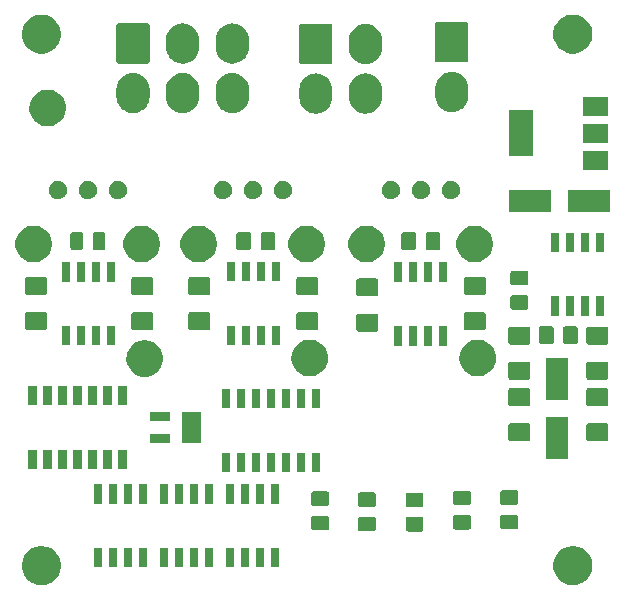
<source format=gbr>
G04 #@! TF.GenerationSoftware,KiCad,Pcbnew,(5.1.0)-1*
G04 #@! TF.CreationDate,2019-10-16T14:08:09+11:00*
G04 #@! TF.ProjectId,BSPD,42535044-2e6b-4696-9361-645f70636258,rev?*
G04 #@! TF.SameCoordinates,Original*
G04 #@! TF.FileFunction,Soldermask,Top*
G04 #@! TF.FilePolarity,Negative*
%FSLAX46Y46*%
G04 Gerber Fmt 4.6, Leading zero omitted, Abs format (unit mm)*
G04 Created by KiCad (PCBNEW (5.1.0)-1) date 2019-10-16 14:08:09*
%MOMM*%
%LPD*%
G04 APERTURE LIST*
%ADD10C,0.100000*%
G04 APERTURE END LIST*
D10*
G36*
X116749256Y-104351298D02*
G01*
X116855579Y-104372447D01*
X117156042Y-104496903D01*
X117426451Y-104677585D01*
X117656415Y-104907549D01*
X117837097Y-105177958D01*
X117961553Y-105478421D01*
X118025000Y-105797391D01*
X118025000Y-106122609D01*
X117961553Y-106441579D01*
X117837097Y-106742042D01*
X117656415Y-107012451D01*
X117426451Y-107242415D01*
X117156042Y-107423097D01*
X116855579Y-107547553D01*
X116749256Y-107568702D01*
X116536611Y-107611000D01*
X116211389Y-107611000D01*
X115998744Y-107568702D01*
X115892421Y-107547553D01*
X115591958Y-107423097D01*
X115321549Y-107242415D01*
X115091585Y-107012451D01*
X114910903Y-106742042D01*
X114786447Y-106441579D01*
X114723000Y-106122609D01*
X114723000Y-105797391D01*
X114786447Y-105478421D01*
X114910903Y-105177958D01*
X115091585Y-104907549D01*
X115321549Y-104677585D01*
X115591958Y-104496903D01*
X115892421Y-104372447D01*
X115998744Y-104351298D01*
X116211389Y-104309000D01*
X116536611Y-104309000D01*
X116749256Y-104351298D01*
X116749256Y-104351298D01*
G37*
G36*
X71749256Y-104351298D02*
G01*
X71855579Y-104372447D01*
X72156042Y-104496903D01*
X72426451Y-104677585D01*
X72656415Y-104907549D01*
X72837097Y-105177958D01*
X72961553Y-105478421D01*
X73025000Y-105797391D01*
X73025000Y-106122609D01*
X72961553Y-106441579D01*
X72837097Y-106742042D01*
X72656415Y-107012451D01*
X72426451Y-107242415D01*
X72156042Y-107423097D01*
X71855579Y-107547553D01*
X71749256Y-107568702D01*
X71536611Y-107611000D01*
X71211389Y-107611000D01*
X70998744Y-107568702D01*
X70892421Y-107547553D01*
X70591958Y-107423097D01*
X70321549Y-107242415D01*
X70091585Y-107012451D01*
X69910903Y-106742042D01*
X69786447Y-106441579D01*
X69723000Y-106122609D01*
X69723000Y-105797391D01*
X69786447Y-105478421D01*
X69910903Y-105177958D01*
X70091585Y-104907549D01*
X70321549Y-104677585D01*
X70591958Y-104496903D01*
X70892421Y-104372447D01*
X70998744Y-104351298D01*
X71211389Y-104309000D01*
X71536611Y-104309000D01*
X71749256Y-104351298D01*
X71749256Y-104351298D01*
G37*
G36*
X76513000Y-106104000D02*
G01*
X75811000Y-106104000D01*
X75811000Y-104452000D01*
X76513000Y-104452000D01*
X76513000Y-106104000D01*
X76513000Y-106104000D01*
G37*
G36*
X91499000Y-106104000D02*
G01*
X90797000Y-106104000D01*
X90797000Y-104452000D01*
X91499000Y-104452000D01*
X91499000Y-106104000D01*
X91499000Y-106104000D01*
G37*
G36*
X90229000Y-106104000D02*
G01*
X89527000Y-106104000D01*
X89527000Y-104452000D01*
X90229000Y-104452000D01*
X90229000Y-106104000D01*
X90229000Y-106104000D01*
G37*
G36*
X87689000Y-106104000D02*
G01*
X86987000Y-106104000D01*
X86987000Y-104452000D01*
X87689000Y-104452000D01*
X87689000Y-106104000D01*
X87689000Y-106104000D01*
G37*
G36*
X82101000Y-106104000D02*
G01*
X81399000Y-106104000D01*
X81399000Y-104452000D01*
X82101000Y-104452000D01*
X82101000Y-106104000D01*
X82101000Y-106104000D01*
G37*
G36*
X83371000Y-106104000D02*
G01*
X82669000Y-106104000D01*
X82669000Y-104452000D01*
X83371000Y-104452000D01*
X83371000Y-106104000D01*
X83371000Y-106104000D01*
G37*
G36*
X84641000Y-106104000D02*
G01*
X83939000Y-106104000D01*
X83939000Y-104452000D01*
X84641000Y-104452000D01*
X84641000Y-106104000D01*
X84641000Y-106104000D01*
G37*
G36*
X85911000Y-106104000D02*
G01*
X85209000Y-106104000D01*
X85209000Y-104452000D01*
X85911000Y-104452000D01*
X85911000Y-106104000D01*
X85911000Y-106104000D01*
G37*
G36*
X80323000Y-106104000D02*
G01*
X79621000Y-106104000D01*
X79621000Y-104452000D01*
X80323000Y-104452000D01*
X80323000Y-106104000D01*
X80323000Y-106104000D01*
G37*
G36*
X79053000Y-106104000D02*
G01*
X78351000Y-106104000D01*
X78351000Y-104452000D01*
X79053000Y-104452000D01*
X79053000Y-106104000D01*
X79053000Y-106104000D01*
G37*
G36*
X77783000Y-106104000D02*
G01*
X77081000Y-106104000D01*
X77081000Y-104452000D01*
X77783000Y-104452000D01*
X77783000Y-106104000D01*
X77783000Y-106104000D01*
G37*
G36*
X88959000Y-106104000D02*
G01*
X88257000Y-106104000D01*
X88257000Y-104452000D01*
X88959000Y-104452000D01*
X88959000Y-106104000D01*
X88959000Y-106104000D01*
G37*
G36*
X103568074Y-101825665D02*
G01*
X103605767Y-101837099D01*
X103640503Y-101855666D01*
X103670948Y-101880652D01*
X103695934Y-101911097D01*
X103714501Y-101945833D01*
X103725935Y-101983526D01*
X103730400Y-102028861D01*
X103730400Y-102865539D01*
X103725935Y-102910874D01*
X103714501Y-102948567D01*
X103695934Y-102983303D01*
X103670948Y-103013748D01*
X103640503Y-103038734D01*
X103605767Y-103057301D01*
X103568074Y-103068735D01*
X103522739Y-103073200D01*
X102436061Y-103073200D01*
X102390726Y-103068735D01*
X102353033Y-103057301D01*
X102318297Y-103038734D01*
X102287852Y-103013748D01*
X102262866Y-102983303D01*
X102244299Y-102948567D01*
X102232865Y-102910874D01*
X102228400Y-102865539D01*
X102228400Y-102028861D01*
X102232865Y-101983526D01*
X102244299Y-101945833D01*
X102262866Y-101911097D01*
X102287852Y-101880652D01*
X102318297Y-101855666D01*
X102353033Y-101837099D01*
X102390726Y-101825665D01*
X102436061Y-101821200D01*
X103522739Y-101821200D01*
X103568074Y-101825665D01*
X103568074Y-101825665D01*
G37*
G36*
X99529474Y-101816665D02*
G01*
X99567167Y-101828099D01*
X99601903Y-101846666D01*
X99632348Y-101871652D01*
X99657334Y-101902097D01*
X99675901Y-101936833D01*
X99687335Y-101974526D01*
X99691800Y-102019861D01*
X99691800Y-102856539D01*
X99687335Y-102901874D01*
X99675901Y-102939567D01*
X99657334Y-102974303D01*
X99632348Y-103004748D01*
X99601903Y-103029734D01*
X99567167Y-103048301D01*
X99529474Y-103059735D01*
X99484139Y-103064200D01*
X98397461Y-103064200D01*
X98352126Y-103059735D01*
X98314433Y-103048301D01*
X98279697Y-103029734D01*
X98249252Y-103004748D01*
X98224266Y-102974303D01*
X98205699Y-102939567D01*
X98194265Y-102901874D01*
X98189800Y-102856539D01*
X98189800Y-102019861D01*
X98194265Y-101974526D01*
X98205699Y-101936833D01*
X98224266Y-101902097D01*
X98249252Y-101871652D01*
X98279697Y-101846666D01*
X98314433Y-101828099D01*
X98352126Y-101816665D01*
X98397461Y-101812200D01*
X99484139Y-101812200D01*
X99529474Y-101816665D01*
X99529474Y-101816665D01*
G37*
G36*
X95563174Y-101727965D02*
G01*
X95600867Y-101739399D01*
X95635603Y-101757966D01*
X95666048Y-101782952D01*
X95691034Y-101813397D01*
X95709601Y-101848133D01*
X95721035Y-101885826D01*
X95725500Y-101931161D01*
X95725500Y-102767839D01*
X95721035Y-102813174D01*
X95709601Y-102850867D01*
X95691034Y-102885603D01*
X95666048Y-102916048D01*
X95635603Y-102941034D01*
X95600867Y-102959601D01*
X95563174Y-102971035D01*
X95517839Y-102975500D01*
X94431161Y-102975500D01*
X94385826Y-102971035D01*
X94348133Y-102959601D01*
X94313397Y-102941034D01*
X94282952Y-102916048D01*
X94257966Y-102885603D01*
X94239399Y-102850867D01*
X94227965Y-102813174D01*
X94223500Y-102767839D01*
X94223500Y-101931161D01*
X94227965Y-101885826D01*
X94239399Y-101848133D01*
X94257966Y-101813397D01*
X94282952Y-101782952D01*
X94313397Y-101757966D01*
X94348133Y-101739399D01*
X94385826Y-101727965D01*
X94431161Y-101723500D01*
X95517839Y-101723500D01*
X95563174Y-101727965D01*
X95563174Y-101727965D01*
G37*
G36*
X107581274Y-101664265D02*
G01*
X107618967Y-101675699D01*
X107653703Y-101694266D01*
X107684148Y-101719252D01*
X107709134Y-101749697D01*
X107727701Y-101784433D01*
X107739135Y-101822126D01*
X107743600Y-101867461D01*
X107743600Y-102704139D01*
X107739135Y-102749474D01*
X107727701Y-102787167D01*
X107709134Y-102821903D01*
X107684148Y-102852348D01*
X107653703Y-102877334D01*
X107618967Y-102895901D01*
X107581274Y-102907335D01*
X107535939Y-102911800D01*
X106449261Y-102911800D01*
X106403926Y-102907335D01*
X106366233Y-102895901D01*
X106331497Y-102877334D01*
X106301052Y-102852348D01*
X106276066Y-102821903D01*
X106257499Y-102787167D01*
X106246065Y-102749474D01*
X106241600Y-102704139D01*
X106241600Y-101867461D01*
X106246065Y-101822126D01*
X106257499Y-101784433D01*
X106276066Y-101749697D01*
X106301052Y-101719252D01*
X106331497Y-101694266D01*
X106366233Y-101675699D01*
X106403926Y-101664265D01*
X106449261Y-101659800D01*
X107535939Y-101659800D01*
X107581274Y-101664265D01*
X107581274Y-101664265D01*
G37*
G36*
X111569074Y-101638865D02*
G01*
X111606767Y-101650299D01*
X111641503Y-101668866D01*
X111671948Y-101693852D01*
X111696934Y-101724297D01*
X111715501Y-101759033D01*
X111726935Y-101796726D01*
X111731400Y-101842061D01*
X111731400Y-102678739D01*
X111726935Y-102724074D01*
X111715501Y-102761767D01*
X111696934Y-102796503D01*
X111671948Y-102826948D01*
X111641503Y-102851934D01*
X111606767Y-102870501D01*
X111569074Y-102881935D01*
X111523739Y-102886400D01*
X110437061Y-102886400D01*
X110391726Y-102881935D01*
X110354033Y-102870501D01*
X110319297Y-102851934D01*
X110288852Y-102826948D01*
X110263866Y-102796503D01*
X110245299Y-102761767D01*
X110233865Y-102724074D01*
X110229400Y-102678739D01*
X110229400Y-101842061D01*
X110233865Y-101796726D01*
X110245299Y-101759033D01*
X110263866Y-101724297D01*
X110288852Y-101693852D01*
X110319297Y-101668866D01*
X110354033Y-101650299D01*
X110391726Y-101638865D01*
X110437061Y-101634400D01*
X111523739Y-101634400D01*
X111569074Y-101638865D01*
X111569074Y-101638865D01*
G37*
G36*
X103568074Y-99775665D02*
G01*
X103605767Y-99787099D01*
X103640503Y-99805666D01*
X103670948Y-99830652D01*
X103695934Y-99861097D01*
X103714501Y-99895833D01*
X103725935Y-99933526D01*
X103730400Y-99978861D01*
X103730400Y-100815539D01*
X103725935Y-100860874D01*
X103714501Y-100898567D01*
X103695934Y-100933303D01*
X103670948Y-100963748D01*
X103640503Y-100988734D01*
X103605767Y-101007301D01*
X103568074Y-101018735D01*
X103522739Y-101023200D01*
X102436061Y-101023200D01*
X102390726Y-101018735D01*
X102353033Y-101007301D01*
X102318297Y-100988734D01*
X102287852Y-100963748D01*
X102262866Y-100933303D01*
X102244299Y-100898567D01*
X102232865Y-100860874D01*
X102228400Y-100815539D01*
X102228400Y-99978861D01*
X102232865Y-99933526D01*
X102244299Y-99895833D01*
X102262866Y-99861097D01*
X102287852Y-99830652D01*
X102318297Y-99805666D01*
X102353033Y-99787099D01*
X102390726Y-99775665D01*
X102436061Y-99771200D01*
X103522739Y-99771200D01*
X103568074Y-99775665D01*
X103568074Y-99775665D01*
G37*
G36*
X99529474Y-99766665D02*
G01*
X99567167Y-99778099D01*
X99601903Y-99796666D01*
X99632348Y-99821652D01*
X99657334Y-99852097D01*
X99675901Y-99886833D01*
X99687335Y-99924526D01*
X99691800Y-99969861D01*
X99691800Y-100806539D01*
X99687335Y-100851874D01*
X99675901Y-100889567D01*
X99657334Y-100924303D01*
X99632348Y-100954748D01*
X99601903Y-100979734D01*
X99567167Y-100998301D01*
X99529474Y-101009735D01*
X99484139Y-101014200D01*
X98397461Y-101014200D01*
X98352126Y-101009735D01*
X98314433Y-100998301D01*
X98279697Y-100979734D01*
X98249252Y-100954748D01*
X98224266Y-100924303D01*
X98205699Y-100889567D01*
X98194265Y-100851874D01*
X98189800Y-100806539D01*
X98189800Y-99969861D01*
X98194265Y-99924526D01*
X98205699Y-99886833D01*
X98224266Y-99852097D01*
X98249252Y-99821652D01*
X98279697Y-99796666D01*
X98314433Y-99778099D01*
X98352126Y-99766665D01*
X98397461Y-99762200D01*
X99484139Y-99762200D01*
X99529474Y-99766665D01*
X99529474Y-99766665D01*
G37*
G36*
X95563174Y-99677965D02*
G01*
X95600867Y-99689399D01*
X95635603Y-99707966D01*
X95666048Y-99732952D01*
X95691034Y-99763397D01*
X95709601Y-99798133D01*
X95721035Y-99835826D01*
X95725500Y-99881161D01*
X95725500Y-100717839D01*
X95721035Y-100763174D01*
X95709601Y-100800867D01*
X95691034Y-100835603D01*
X95666048Y-100866048D01*
X95635603Y-100891034D01*
X95600867Y-100909601D01*
X95563174Y-100921035D01*
X95517839Y-100925500D01*
X94431161Y-100925500D01*
X94385826Y-100921035D01*
X94348133Y-100909601D01*
X94313397Y-100891034D01*
X94282952Y-100866048D01*
X94257966Y-100835603D01*
X94239399Y-100800867D01*
X94227965Y-100763174D01*
X94223500Y-100717839D01*
X94223500Y-99881161D01*
X94227965Y-99835826D01*
X94239399Y-99798133D01*
X94257966Y-99763397D01*
X94282952Y-99732952D01*
X94313397Y-99707966D01*
X94348133Y-99689399D01*
X94385826Y-99677965D01*
X94431161Y-99673500D01*
X95517839Y-99673500D01*
X95563174Y-99677965D01*
X95563174Y-99677965D01*
G37*
G36*
X107581274Y-99614265D02*
G01*
X107618967Y-99625699D01*
X107653703Y-99644266D01*
X107684148Y-99669252D01*
X107709134Y-99699697D01*
X107727701Y-99734433D01*
X107739135Y-99772126D01*
X107743600Y-99817461D01*
X107743600Y-100654139D01*
X107739135Y-100699474D01*
X107727701Y-100737167D01*
X107709134Y-100771903D01*
X107684148Y-100802348D01*
X107653703Y-100827334D01*
X107618967Y-100845901D01*
X107581274Y-100857335D01*
X107535939Y-100861800D01*
X106449261Y-100861800D01*
X106403926Y-100857335D01*
X106366233Y-100845901D01*
X106331497Y-100827334D01*
X106301052Y-100802348D01*
X106276066Y-100771903D01*
X106257499Y-100737167D01*
X106246065Y-100699474D01*
X106241600Y-100654139D01*
X106241600Y-99817461D01*
X106246065Y-99772126D01*
X106257499Y-99734433D01*
X106276066Y-99699697D01*
X106301052Y-99669252D01*
X106331497Y-99644266D01*
X106366233Y-99625699D01*
X106403926Y-99614265D01*
X106449261Y-99609800D01*
X107535939Y-99609800D01*
X107581274Y-99614265D01*
X107581274Y-99614265D01*
G37*
G36*
X111569074Y-99588865D02*
G01*
X111606767Y-99600299D01*
X111641503Y-99618866D01*
X111671948Y-99643852D01*
X111696934Y-99674297D01*
X111715501Y-99709033D01*
X111726935Y-99746726D01*
X111731400Y-99792061D01*
X111731400Y-100628739D01*
X111726935Y-100674074D01*
X111715501Y-100711767D01*
X111696934Y-100746503D01*
X111671948Y-100776948D01*
X111641503Y-100801934D01*
X111606767Y-100820501D01*
X111569074Y-100831935D01*
X111523739Y-100836400D01*
X110437061Y-100836400D01*
X110391726Y-100831935D01*
X110354033Y-100820501D01*
X110319297Y-100801934D01*
X110288852Y-100776948D01*
X110263866Y-100746503D01*
X110245299Y-100711767D01*
X110233865Y-100674074D01*
X110229400Y-100628739D01*
X110229400Y-99792061D01*
X110233865Y-99746726D01*
X110245299Y-99709033D01*
X110263866Y-99674297D01*
X110288852Y-99643852D01*
X110319297Y-99618866D01*
X110354033Y-99600299D01*
X110391726Y-99588865D01*
X110437061Y-99584400D01*
X111523739Y-99584400D01*
X111569074Y-99588865D01*
X111569074Y-99588865D01*
G37*
G36*
X80323000Y-100704000D02*
G01*
X79621000Y-100704000D01*
X79621000Y-99052000D01*
X80323000Y-99052000D01*
X80323000Y-100704000D01*
X80323000Y-100704000D01*
G37*
G36*
X84641000Y-100704000D02*
G01*
X83939000Y-100704000D01*
X83939000Y-99052000D01*
X84641000Y-99052000D01*
X84641000Y-100704000D01*
X84641000Y-100704000D01*
G37*
G36*
X83371000Y-100704000D02*
G01*
X82669000Y-100704000D01*
X82669000Y-99052000D01*
X83371000Y-99052000D01*
X83371000Y-100704000D01*
X83371000Y-100704000D01*
G37*
G36*
X82101000Y-100704000D02*
G01*
X81399000Y-100704000D01*
X81399000Y-99052000D01*
X82101000Y-99052000D01*
X82101000Y-100704000D01*
X82101000Y-100704000D01*
G37*
G36*
X76513000Y-100704000D02*
G01*
X75811000Y-100704000D01*
X75811000Y-99052000D01*
X76513000Y-99052000D01*
X76513000Y-100704000D01*
X76513000Y-100704000D01*
G37*
G36*
X77783000Y-100704000D02*
G01*
X77081000Y-100704000D01*
X77081000Y-99052000D01*
X77783000Y-99052000D01*
X77783000Y-100704000D01*
X77783000Y-100704000D01*
G37*
G36*
X79053000Y-100704000D02*
G01*
X78351000Y-100704000D01*
X78351000Y-99052000D01*
X79053000Y-99052000D01*
X79053000Y-100704000D01*
X79053000Y-100704000D01*
G37*
G36*
X87689000Y-100704000D02*
G01*
X86987000Y-100704000D01*
X86987000Y-99052000D01*
X87689000Y-99052000D01*
X87689000Y-100704000D01*
X87689000Y-100704000D01*
G37*
G36*
X91499000Y-100704000D02*
G01*
X90797000Y-100704000D01*
X90797000Y-99052000D01*
X91499000Y-99052000D01*
X91499000Y-100704000D01*
X91499000Y-100704000D01*
G37*
G36*
X90229000Y-100704000D02*
G01*
X89527000Y-100704000D01*
X89527000Y-99052000D01*
X90229000Y-99052000D01*
X90229000Y-100704000D01*
X90229000Y-100704000D01*
G37*
G36*
X88959000Y-100704000D02*
G01*
X88257000Y-100704000D01*
X88257000Y-99052000D01*
X88959000Y-99052000D01*
X88959000Y-100704000D01*
X88959000Y-100704000D01*
G37*
G36*
X85911000Y-100704000D02*
G01*
X85209000Y-100704000D01*
X85209000Y-99052000D01*
X85911000Y-99052000D01*
X85911000Y-100704000D01*
X85911000Y-100704000D01*
G37*
G36*
X87371000Y-98035000D02*
G01*
X86669000Y-98035000D01*
X86669000Y-96433000D01*
X87371000Y-96433000D01*
X87371000Y-98035000D01*
X87371000Y-98035000D01*
G37*
G36*
X88641000Y-98035000D02*
G01*
X87939000Y-98035000D01*
X87939000Y-96433000D01*
X88641000Y-96433000D01*
X88641000Y-98035000D01*
X88641000Y-98035000D01*
G37*
G36*
X89911000Y-98035000D02*
G01*
X89209000Y-98035000D01*
X89209000Y-96433000D01*
X89911000Y-96433000D01*
X89911000Y-98035000D01*
X89911000Y-98035000D01*
G37*
G36*
X92451000Y-98035000D02*
G01*
X91749000Y-98035000D01*
X91749000Y-96433000D01*
X92451000Y-96433000D01*
X92451000Y-98035000D01*
X92451000Y-98035000D01*
G37*
G36*
X93721000Y-98035000D02*
G01*
X93019000Y-98035000D01*
X93019000Y-96433000D01*
X93721000Y-96433000D01*
X93721000Y-98035000D01*
X93721000Y-98035000D01*
G37*
G36*
X94991000Y-98035000D02*
G01*
X94289000Y-98035000D01*
X94289000Y-96433000D01*
X94991000Y-96433000D01*
X94991000Y-98035000D01*
X94991000Y-98035000D01*
G37*
G36*
X91181000Y-98035000D02*
G01*
X90479000Y-98035000D01*
X90479000Y-96433000D01*
X91181000Y-96433000D01*
X91181000Y-98035000D01*
X91181000Y-98035000D01*
G37*
G36*
X78608000Y-97776500D02*
G01*
X77906000Y-97776500D01*
X77906000Y-96174500D01*
X78608000Y-96174500D01*
X78608000Y-97776500D01*
X78608000Y-97776500D01*
G37*
G36*
X77338000Y-97776500D02*
G01*
X76636000Y-97776500D01*
X76636000Y-96174500D01*
X77338000Y-96174500D01*
X77338000Y-97776500D01*
X77338000Y-97776500D01*
G37*
G36*
X76068000Y-97776500D02*
G01*
X75366000Y-97776500D01*
X75366000Y-96174500D01*
X76068000Y-96174500D01*
X76068000Y-97776500D01*
X76068000Y-97776500D01*
G37*
G36*
X74798000Y-97776500D02*
G01*
X74096000Y-97776500D01*
X74096000Y-96174500D01*
X74798000Y-96174500D01*
X74798000Y-97776500D01*
X74798000Y-97776500D01*
G37*
G36*
X73528000Y-97776500D02*
G01*
X72826000Y-97776500D01*
X72826000Y-96174500D01*
X73528000Y-96174500D01*
X73528000Y-97776500D01*
X73528000Y-97776500D01*
G37*
G36*
X70988000Y-97776500D02*
G01*
X70286000Y-97776500D01*
X70286000Y-96174500D01*
X70988000Y-96174500D01*
X70988000Y-97776500D01*
X70988000Y-97776500D01*
G37*
G36*
X72258000Y-97776500D02*
G01*
X71556000Y-97776500D01*
X71556000Y-96174500D01*
X72258000Y-96174500D01*
X72258000Y-97776500D01*
X72258000Y-97776500D01*
G37*
G36*
X115975000Y-96973000D02*
G01*
X114073000Y-96973000D01*
X114073000Y-93371000D01*
X115975000Y-93371000D01*
X115975000Y-96973000D01*
X115975000Y-96973000D01*
G37*
G36*
X84934999Y-95604999D02*
G01*
X83272999Y-95604999D01*
X83272999Y-92952999D01*
X84934999Y-92952999D01*
X84934999Y-95604999D01*
X84934999Y-95604999D01*
G37*
G36*
X82234999Y-95604999D02*
G01*
X80572999Y-95604999D01*
X80572999Y-94852999D01*
X82234999Y-94852999D01*
X82234999Y-95604999D01*
X82234999Y-95604999D01*
G37*
G36*
X119228562Y-93908181D02*
G01*
X119263481Y-93918774D01*
X119295663Y-93935976D01*
X119323873Y-93959127D01*
X119347024Y-93987337D01*
X119364226Y-94019519D01*
X119374819Y-94054438D01*
X119379000Y-94096895D01*
X119379000Y-95238105D01*
X119374819Y-95280562D01*
X119364226Y-95315481D01*
X119347024Y-95347663D01*
X119323873Y-95375873D01*
X119295663Y-95399024D01*
X119263481Y-95416226D01*
X119228562Y-95426819D01*
X119186105Y-95431000D01*
X117719895Y-95431000D01*
X117677438Y-95426819D01*
X117642519Y-95416226D01*
X117610337Y-95399024D01*
X117582127Y-95375873D01*
X117558976Y-95347663D01*
X117541774Y-95315481D01*
X117531181Y-95280562D01*
X117527000Y-95238105D01*
X117527000Y-94096895D01*
X117531181Y-94054438D01*
X117541774Y-94019519D01*
X117558976Y-93987337D01*
X117582127Y-93959127D01*
X117610337Y-93935976D01*
X117642519Y-93918774D01*
X117677438Y-93908181D01*
X117719895Y-93904000D01*
X119186105Y-93904000D01*
X119228562Y-93908181D01*
X119228562Y-93908181D01*
G37*
G36*
X112624562Y-93908181D02*
G01*
X112659481Y-93918774D01*
X112691663Y-93935976D01*
X112719873Y-93959127D01*
X112743024Y-93987337D01*
X112760226Y-94019519D01*
X112770819Y-94054438D01*
X112775000Y-94096895D01*
X112775000Y-95238105D01*
X112770819Y-95280562D01*
X112760226Y-95315481D01*
X112743024Y-95347663D01*
X112719873Y-95375873D01*
X112691663Y-95399024D01*
X112659481Y-95416226D01*
X112624562Y-95426819D01*
X112582105Y-95431000D01*
X111115895Y-95431000D01*
X111073438Y-95426819D01*
X111038519Y-95416226D01*
X111006337Y-95399024D01*
X110978127Y-95375873D01*
X110954976Y-95347663D01*
X110937774Y-95315481D01*
X110927181Y-95280562D01*
X110923000Y-95238105D01*
X110923000Y-94096895D01*
X110927181Y-94054438D01*
X110937774Y-94019519D01*
X110954976Y-93987337D01*
X110978127Y-93959127D01*
X111006337Y-93935976D01*
X111038519Y-93918774D01*
X111073438Y-93908181D01*
X111115895Y-93904000D01*
X112582105Y-93904000D01*
X112624562Y-93908181D01*
X112624562Y-93908181D01*
G37*
G36*
X82234999Y-93704999D02*
G01*
X80572999Y-93704999D01*
X80572999Y-92952999D01*
X82234999Y-92952999D01*
X82234999Y-93704999D01*
X82234999Y-93704999D01*
G37*
G36*
X92451000Y-92635000D02*
G01*
X91749000Y-92635000D01*
X91749000Y-91033000D01*
X92451000Y-91033000D01*
X92451000Y-92635000D01*
X92451000Y-92635000D01*
G37*
G36*
X93721000Y-92635000D02*
G01*
X93019000Y-92635000D01*
X93019000Y-91033000D01*
X93721000Y-91033000D01*
X93721000Y-92635000D01*
X93721000Y-92635000D01*
G37*
G36*
X91181000Y-92635000D02*
G01*
X90479000Y-92635000D01*
X90479000Y-91033000D01*
X91181000Y-91033000D01*
X91181000Y-92635000D01*
X91181000Y-92635000D01*
G37*
G36*
X88641000Y-92635000D02*
G01*
X87939000Y-92635000D01*
X87939000Y-91033000D01*
X88641000Y-91033000D01*
X88641000Y-92635000D01*
X88641000Y-92635000D01*
G37*
G36*
X87371000Y-92635000D02*
G01*
X86669000Y-92635000D01*
X86669000Y-91033000D01*
X87371000Y-91033000D01*
X87371000Y-92635000D01*
X87371000Y-92635000D01*
G37*
G36*
X94991000Y-92635000D02*
G01*
X94289000Y-92635000D01*
X94289000Y-91033000D01*
X94991000Y-91033000D01*
X94991000Y-92635000D01*
X94991000Y-92635000D01*
G37*
G36*
X89911000Y-92635000D02*
G01*
X89209000Y-92635000D01*
X89209000Y-91033000D01*
X89911000Y-91033000D01*
X89911000Y-92635000D01*
X89911000Y-92635000D01*
G37*
G36*
X119228562Y-90933181D02*
G01*
X119263481Y-90943774D01*
X119295663Y-90960976D01*
X119323873Y-90984127D01*
X119347024Y-91012337D01*
X119364226Y-91044519D01*
X119374819Y-91079438D01*
X119379000Y-91121895D01*
X119379000Y-92263105D01*
X119374819Y-92305562D01*
X119364226Y-92340481D01*
X119347024Y-92372663D01*
X119323873Y-92400873D01*
X119295663Y-92424024D01*
X119263481Y-92441226D01*
X119228562Y-92451819D01*
X119186105Y-92456000D01*
X117719895Y-92456000D01*
X117677438Y-92451819D01*
X117642519Y-92441226D01*
X117610337Y-92424024D01*
X117582127Y-92400873D01*
X117558976Y-92372663D01*
X117541774Y-92340481D01*
X117531181Y-92305562D01*
X117527000Y-92263105D01*
X117527000Y-91121895D01*
X117531181Y-91079438D01*
X117541774Y-91044519D01*
X117558976Y-91012337D01*
X117582127Y-90984127D01*
X117610337Y-90960976D01*
X117642519Y-90943774D01*
X117677438Y-90933181D01*
X117719895Y-90929000D01*
X119186105Y-90929000D01*
X119228562Y-90933181D01*
X119228562Y-90933181D01*
G37*
G36*
X112624562Y-90933181D02*
G01*
X112659481Y-90943774D01*
X112691663Y-90960976D01*
X112719873Y-90984127D01*
X112743024Y-91012337D01*
X112760226Y-91044519D01*
X112770819Y-91079438D01*
X112775000Y-91121895D01*
X112775000Y-92263105D01*
X112770819Y-92305562D01*
X112760226Y-92340481D01*
X112743024Y-92372663D01*
X112719873Y-92400873D01*
X112691663Y-92424024D01*
X112659481Y-92441226D01*
X112624562Y-92451819D01*
X112582105Y-92456000D01*
X111115895Y-92456000D01*
X111073438Y-92451819D01*
X111038519Y-92441226D01*
X111006337Y-92424024D01*
X110978127Y-92400873D01*
X110954976Y-92372663D01*
X110937774Y-92340481D01*
X110927181Y-92305562D01*
X110923000Y-92263105D01*
X110923000Y-91121895D01*
X110927181Y-91079438D01*
X110937774Y-91044519D01*
X110954976Y-91012337D01*
X110978127Y-90984127D01*
X111006337Y-90960976D01*
X111038519Y-90943774D01*
X111073438Y-90933181D01*
X111115895Y-90929000D01*
X112582105Y-90929000D01*
X112624562Y-90933181D01*
X112624562Y-90933181D01*
G37*
G36*
X72258000Y-92376500D02*
G01*
X71556000Y-92376500D01*
X71556000Y-90774500D01*
X72258000Y-90774500D01*
X72258000Y-92376500D01*
X72258000Y-92376500D01*
G37*
G36*
X73528000Y-92376500D02*
G01*
X72826000Y-92376500D01*
X72826000Y-90774500D01*
X73528000Y-90774500D01*
X73528000Y-92376500D01*
X73528000Y-92376500D01*
G37*
G36*
X74798000Y-92376500D02*
G01*
X74096000Y-92376500D01*
X74096000Y-90774500D01*
X74798000Y-90774500D01*
X74798000Y-92376500D01*
X74798000Y-92376500D01*
G37*
G36*
X76068000Y-92376500D02*
G01*
X75366000Y-92376500D01*
X75366000Y-90774500D01*
X76068000Y-90774500D01*
X76068000Y-92376500D01*
X76068000Y-92376500D01*
G37*
G36*
X77338000Y-92376500D02*
G01*
X76636000Y-92376500D01*
X76636000Y-90774500D01*
X77338000Y-90774500D01*
X77338000Y-92376500D01*
X77338000Y-92376500D01*
G37*
G36*
X78608000Y-92376500D02*
G01*
X77906000Y-92376500D01*
X77906000Y-90774500D01*
X78608000Y-90774500D01*
X78608000Y-92376500D01*
X78608000Y-92376500D01*
G37*
G36*
X70988000Y-92376500D02*
G01*
X70286000Y-92376500D01*
X70286000Y-90774500D01*
X70988000Y-90774500D01*
X70988000Y-92376500D01*
X70988000Y-92376500D01*
G37*
G36*
X115975000Y-91973000D02*
G01*
X114073000Y-91973000D01*
X114073000Y-88371000D01*
X115975000Y-88371000D01*
X115975000Y-91973000D01*
X115975000Y-91973000D01*
G37*
G36*
X112624562Y-88701181D02*
G01*
X112659481Y-88711774D01*
X112691663Y-88728976D01*
X112719873Y-88752127D01*
X112743024Y-88780337D01*
X112760226Y-88812519D01*
X112770819Y-88847438D01*
X112775000Y-88889895D01*
X112775000Y-90031105D01*
X112770819Y-90073562D01*
X112760226Y-90108481D01*
X112743024Y-90140663D01*
X112719873Y-90168873D01*
X112691663Y-90192024D01*
X112659481Y-90209226D01*
X112624562Y-90219819D01*
X112582105Y-90224000D01*
X111115895Y-90224000D01*
X111073438Y-90219819D01*
X111038519Y-90209226D01*
X111006337Y-90192024D01*
X110978127Y-90168873D01*
X110954976Y-90140663D01*
X110937774Y-90108481D01*
X110927181Y-90073562D01*
X110923000Y-90031105D01*
X110923000Y-88889895D01*
X110927181Y-88847438D01*
X110937774Y-88812519D01*
X110954976Y-88780337D01*
X110978127Y-88752127D01*
X111006337Y-88728976D01*
X111038519Y-88711774D01*
X111073438Y-88701181D01*
X111115895Y-88697000D01*
X112582105Y-88697000D01*
X112624562Y-88701181D01*
X112624562Y-88701181D01*
G37*
G36*
X119228562Y-88701181D02*
G01*
X119263481Y-88711774D01*
X119295663Y-88728976D01*
X119323873Y-88752127D01*
X119347024Y-88780337D01*
X119364226Y-88812519D01*
X119374819Y-88847438D01*
X119379000Y-88889895D01*
X119379000Y-90031105D01*
X119374819Y-90073562D01*
X119364226Y-90108481D01*
X119347024Y-90140663D01*
X119323873Y-90168873D01*
X119295663Y-90192024D01*
X119263481Y-90209226D01*
X119228562Y-90219819D01*
X119186105Y-90224000D01*
X117719895Y-90224000D01*
X117677438Y-90219819D01*
X117642519Y-90209226D01*
X117610337Y-90192024D01*
X117582127Y-90168873D01*
X117558976Y-90140663D01*
X117541774Y-90108481D01*
X117531181Y-90073562D01*
X117527000Y-90031105D01*
X117527000Y-88889895D01*
X117531181Y-88847438D01*
X117541774Y-88812519D01*
X117558976Y-88780337D01*
X117582127Y-88752127D01*
X117610337Y-88728976D01*
X117642519Y-88711774D01*
X117677438Y-88701181D01*
X117719895Y-88697000D01*
X119186105Y-88697000D01*
X119228562Y-88701181D01*
X119228562Y-88701181D01*
G37*
G36*
X80439585Y-86912802D02*
G01*
X80589410Y-86942604D01*
X80871674Y-87059521D01*
X81125705Y-87229259D01*
X81341741Y-87445295D01*
X81511479Y-87699326D01*
X81628396Y-87981590D01*
X81628396Y-87981591D01*
X81679646Y-88239239D01*
X81688000Y-88281240D01*
X81688000Y-88586760D01*
X81628396Y-88886410D01*
X81511479Y-89168674D01*
X81341741Y-89422705D01*
X81125705Y-89638741D01*
X80871674Y-89808479D01*
X80589410Y-89925396D01*
X80439585Y-89955198D01*
X80289761Y-89985000D01*
X79984239Y-89985000D01*
X79834415Y-89955198D01*
X79684590Y-89925396D01*
X79402326Y-89808479D01*
X79148295Y-89638741D01*
X78932259Y-89422705D01*
X78762521Y-89168674D01*
X78645604Y-88886410D01*
X78586000Y-88586760D01*
X78586000Y-88281240D01*
X78594355Y-88239239D01*
X78645604Y-87981591D01*
X78645604Y-87981590D01*
X78762521Y-87699326D01*
X78932259Y-87445295D01*
X79148295Y-87229259D01*
X79402326Y-87059521D01*
X79684590Y-86942604D01*
X79834415Y-86912802D01*
X79984239Y-86883000D01*
X80289761Y-86883000D01*
X80439585Y-86912802D01*
X80439585Y-86912802D01*
G37*
G36*
X108633585Y-86870802D02*
G01*
X108783410Y-86900604D01*
X109065674Y-87017521D01*
X109319705Y-87187259D01*
X109535741Y-87403295D01*
X109705479Y-87657326D01*
X109822396Y-87939590D01*
X109852198Y-88089415D01*
X109882000Y-88239239D01*
X109882000Y-88544761D01*
X109852198Y-88694585D01*
X109822396Y-88844410D01*
X109705479Y-89126674D01*
X109535741Y-89380705D01*
X109319705Y-89596741D01*
X109065674Y-89766479D01*
X108783410Y-89883396D01*
X108633585Y-89913198D01*
X108483761Y-89943000D01*
X108178239Y-89943000D01*
X108028415Y-89913198D01*
X107878590Y-89883396D01*
X107596326Y-89766479D01*
X107342295Y-89596741D01*
X107126259Y-89380705D01*
X106956521Y-89126674D01*
X106839604Y-88844410D01*
X106809802Y-88694585D01*
X106780000Y-88544761D01*
X106780000Y-88239239D01*
X106809802Y-88089415D01*
X106839604Y-87939590D01*
X106956521Y-87657326D01*
X107126259Y-87403295D01*
X107342295Y-87187259D01*
X107596326Y-87017521D01*
X107878590Y-86900604D01*
X108028415Y-86870802D01*
X108178239Y-86841000D01*
X108483761Y-86841000D01*
X108633585Y-86870802D01*
X108633585Y-86870802D01*
G37*
G36*
X94409585Y-86870802D02*
G01*
X94559410Y-86900604D01*
X94841674Y-87017521D01*
X95095705Y-87187259D01*
X95311741Y-87403295D01*
X95481479Y-87657326D01*
X95598396Y-87939590D01*
X95628198Y-88089415D01*
X95658000Y-88239239D01*
X95658000Y-88544761D01*
X95628198Y-88694585D01*
X95598396Y-88844410D01*
X95481479Y-89126674D01*
X95311741Y-89380705D01*
X95095705Y-89596741D01*
X94841674Y-89766479D01*
X94559410Y-89883396D01*
X94409585Y-89913198D01*
X94259761Y-89943000D01*
X93954239Y-89943000D01*
X93804415Y-89913198D01*
X93654590Y-89883396D01*
X93372326Y-89766479D01*
X93118295Y-89596741D01*
X92902259Y-89380705D01*
X92732521Y-89126674D01*
X92615604Y-88844410D01*
X92585802Y-88694585D01*
X92556000Y-88544761D01*
X92556000Y-88239239D01*
X92585802Y-88089415D01*
X92615604Y-87939590D01*
X92732521Y-87657326D01*
X92902259Y-87403295D01*
X93118295Y-87187259D01*
X93372326Y-87017521D01*
X93654590Y-86900604D01*
X93804415Y-86870802D01*
X93954239Y-86841000D01*
X94259761Y-86841000D01*
X94409585Y-86870802D01*
X94409585Y-86870802D01*
G37*
G36*
X101945999Y-87335001D02*
G01*
X101243999Y-87335001D01*
X101243999Y-85683001D01*
X101945999Y-85683001D01*
X101945999Y-87335001D01*
X101945999Y-87335001D01*
G37*
G36*
X103215999Y-87335001D02*
G01*
X102513999Y-87335001D01*
X102513999Y-85683001D01*
X103215999Y-85683001D01*
X103215999Y-87335001D01*
X103215999Y-87335001D01*
G37*
G36*
X104485999Y-87335001D02*
G01*
X103783999Y-87335001D01*
X103783999Y-85683001D01*
X104485999Y-85683001D01*
X104485999Y-87335001D01*
X104485999Y-87335001D01*
G37*
G36*
X105755999Y-87335001D02*
G01*
X105053999Y-87335001D01*
X105053999Y-85683001D01*
X105755999Y-85683001D01*
X105755999Y-87335001D01*
X105755999Y-87335001D01*
G37*
G36*
X73825999Y-87317001D02*
G01*
X73123999Y-87317001D01*
X73123999Y-85665001D01*
X73825999Y-85665001D01*
X73825999Y-87317001D01*
X73825999Y-87317001D01*
G37*
G36*
X77635999Y-87317001D02*
G01*
X76933999Y-87317001D01*
X76933999Y-85665001D01*
X77635999Y-85665001D01*
X77635999Y-87317001D01*
X77635999Y-87317001D01*
G37*
G36*
X76365999Y-87317001D02*
G01*
X75663999Y-87317001D01*
X75663999Y-85665001D01*
X76365999Y-85665001D01*
X76365999Y-87317001D01*
X76365999Y-87317001D01*
G37*
G36*
X75095999Y-87317001D02*
G01*
X74393999Y-87317001D01*
X74393999Y-85665001D01*
X75095999Y-85665001D01*
X75095999Y-87317001D01*
X75095999Y-87317001D01*
G37*
G36*
X91585999Y-87303001D02*
G01*
X90883999Y-87303001D01*
X90883999Y-85651001D01*
X91585999Y-85651001D01*
X91585999Y-87303001D01*
X91585999Y-87303001D01*
G37*
G36*
X89045999Y-87303001D02*
G01*
X88343999Y-87303001D01*
X88343999Y-85651001D01*
X89045999Y-85651001D01*
X89045999Y-87303001D01*
X89045999Y-87303001D01*
G37*
G36*
X87775999Y-87303001D02*
G01*
X87073999Y-87303001D01*
X87073999Y-85651001D01*
X87775999Y-85651001D01*
X87775999Y-87303001D01*
X87775999Y-87303001D01*
G37*
G36*
X90315999Y-87303001D02*
G01*
X89613999Y-87303001D01*
X89613999Y-85651001D01*
X90315999Y-85651001D01*
X90315999Y-87303001D01*
X90315999Y-87303001D01*
G37*
G36*
X119228562Y-85726181D02*
G01*
X119263481Y-85736774D01*
X119295663Y-85753976D01*
X119323873Y-85777127D01*
X119347024Y-85805337D01*
X119364226Y-85837519D01*
X119374819Y-85872438D01*
X119379000Y-85914895D01*
X119379000Y-87056105D01*
X119374819Y-87098562D01*
X119364226Y-87133481D01*
X119347024Y-87165663D01*
X119323873Y-87193873D01*
X119295663Y-87217024D01*
X119263481Y-87234226D01*
X119228562Y-87244819D01*
X119186105Y-87249000D01*
X117719895Y-87249000D01*
X117677438Y-87244819D01*
X117642519Y-87234226D01*
X117610337Y-87217024D01*
X117582127Y-87193873D01*
X117558976Y-87165663D01*
X117541774Y-87133481D01*
X117531181Y-87098562D01*
X117527000Y-87056105D01*
X117527000Y-85914895D01*
X117531181Y-85872438D01*
X117541774Y-85837519D01*
X117558976Y-85805337D01*
X117582127Y-85777127D01*
X117610337Y-85753976D01*
X117642519Y-85736774D01*
X117677438Y-85726181D01*
X117719895Y-85722000D01*
X119186105Y-85722000D01*
X119228562Y-85726181D01*
X119228562Y-85726181D01*
G37*
G36*
X112624562Y-85726181D02*
G01*
X112659481Y-85736774D01*
X112691663Y-85753976D01*
X112719873Y-85777127D01*
X112743024Y-85805337D01*
X112760226Y-85837519D01*
X112770819Y-85872438D01*
X112775000Y-85914895D01*
X112775000Y-87056105D01*
X112770819Y-87098562D01*
X112760226Y-87133481D01*
X112743024Y-87165663D01*
X112719873Y-87193873D01*
X112691663Y-87217024D01*
X112659481Y-87234226D01*
X112624562Y-87244819D01*
X112582105Y-87249000D01*
X111115895Y-87249000D01*
X111073438Y-87244819D01*
X111038519Y-87234226D01*
X111006337Y-87217024D01*
X110978127Y-87193873D01*
X110954976Y-87165663D01*
X110937774Y-87133481D01*
X110927181Y-87098562D01*
X110923000Y-87056105D01*
X110923000Y-85914895D01*
X110927181Y-85872438D01*
X110937774Y-85837519D01*
X110954976Y-85805337D01*
X110978127Y-85777127D01*
X111006337Y-85753976D01*
X111038519Y-85736774D01*
X111073438Y-85726181D01*
X111115895Y-85722000D01*
X112582105Y-85722000D01*
X112624562Y-85726181D01*
X112624562Y-85726181D01*
G37*
G36*
X116639674Y-85702465D02*
G01*
X116677367Y-85713899D01*
X116712103Y-85732466D01*
X116742548Y-85757452D01*
X116767534Y-85787897D01*
X116786101Y-85822633D01*
X116797535Y-85860326D01*
X116802000Y-85905661D01*
X116802000Y-86992339D01*
X116797535Y-87037674D01*
X116786101Y-87075367D01*
X116767534Y-87110103D01*
X116742548Y-87140548D01*
X116712103Y-87165534D01*
X116677367Y-87184101D01*
X116639674Y-87195535D01*
X116594339Y-87200000D01*
X115757661Y-87200000D01*
X115712326Y-87195535D01*
X115674633Y-87184101D01*
X115639897Y-87165534D01*
X115609452Y-87140548D01*
X115584466Y-87110103D01*
X115565899Y-87075367D01*
X115554465Y-87037674D01*
X115550000Y-86992339D01*
X115550000Y-85905661D01*
X115554465Y-85860326D01*
X115565899Y-85822633D01*
X115584466Y-85787897D01*
X115609452Y-85757452D01*
X115639897Y-85732466D01*
X115674633Y-85713899D01*
X115712326Y-85702465D01*
X115757661Y-85698000D01*
X116594339Y-85698000D01*
X116639674Y-85702465D01*
X116639674Y-85702465D01*
G37*
G36*
X114589674Y-85702465D02*
G01*
X114627367Y-85713899D01*
X114662103Y-85732466D01*
X114692548Y-85757452D01*
X114717534Y-85787897D01*
X114736101Y-85822633D01*
X114747535Y-85860326D01*
X114752000Y-85905661D01*
X114752000Y-86992339D01*
X114747535Y-87037674D01*
X114736101Y-87075367D01*
X114717534Y-87110103D01*
X114692548Y-87140548D01*
X114662103Y-87165534D01*
X114627367Y-87184101D01*
X114589674Y-87195535D01*
X114544339Y-87200000D01*
X113707661Y-87200000D01*
X113662326Y-87195535D01*
X113624633Y-87184101D01*
X113589897Y-87165534D01*
X113559452Y-87140548D01*
X113534466Y-87110103D01*
X113515899Y-87075367D01*
X113504465Y-87037674D01*
X113500000Y-86992339D01*
X113500000Y-85905661D01*
X113504465Y-85860326D01*
X113515899Y-85822633D01*
X113534466Y-85787897D01*
X113559452Y-85757452D01*
X113589897Y-85732466D01*
X113624633Y-85713899D01*
X113662326Y-85702465D01*
X113707661Y-85698000D01*
X114544339Y-85698000D01*
X114589674Y-85702465D01*
X114589674Y-85702465D01*
G37*
G36*
X99750562Y-84626681D02*
G01*
X99785481Y-84637274D01*
X99817663Y-84654476D01*
X99845873Y-84677627D01*
X99869024Y-84705837D01*
X99886226Y-84738019D01*
X99896819Y-84772938D01*
X99901000Y-84815395D01*
X99901000Y-85956605D01*
X99896819Y-85999062D01*
X99886226Y-86033981D01*
X99869024Y-86066163D01*
X99845873Y-86094373D01*
X99817663Y-86117524D01*
X99785481Y-86134726D01*
X99750562Y-86145319D01*
X99708105Y-86149500D01*
X98241895Y-86149500D01*
X98199438Y-86145319D01*
X98164519Y-86134726D01*
X98132337Y-86117524D01*
X98104127Y-86094373D01*
X98080976Y-86066163D01*
X98063774Y-86033981D01*
X98053181Y-85999062D01*
X98049000Y-85956605D01*
X98049000Y-84815395D01*
X98053181Y-84772938D01*
X98063774Y-84738019D01*
X98080976Y-84705837D01*
X98104127Y-84677627D01*
X98132337Y-84654476D01*
X98164519Y-84637274D01*
X98199438Y-84626681D01*
X98241895Y-84622500D01*
X99708105Y-84622500D01*
X99750562Y-84626681D01*
X99750562Y-84626681D01*
G37*
G36*
X108852562Y-84511681D02*
G01*
X108887481Y-84522274D01*
X108919663Y-84539476D01*
X108947873Y-84562627D01*
X108971024Y-84590837D01*
X108988226Y-84623019D01*
X108998819Y-84657938D01*
X109003000Y-84700395D01*
X109003000Y-85841605D01*
X108998819Y-85884062D01*
X108988226Y-85918981D01*
X108971024Y-85951163D01*
X108947873Y-85979373D01*
X108919663Y-86002524D01*
X108887481Y-86019726D01*
X108852562Y-86030319D01*
X108810105Y-86034500D01*
X107343895Y-86034500D01*
X107301438Y-86030319D01*
X107266519Y-86019726D01*
X107234337Y-86002524D01*
X107206127Y-85979373D01*
X107182976Y-85951163D01*
X107165774Y-85918981D01*
X107155181Y-85884062D01*
X107151000Y-85841605D01*
X107151000Y-84700395D01*
X107155181Y-84657938D01*
X107165774Y-84623019D01*
X107182976Y-84590837D01*
X107206127Y-84562627D01*
X107234337Y-84539476D01*
X107266519Y-84522274D01*
X107301438Y-84511681D01*
X107343895Y-84507500D01*
X108810105Y-84507500D01*
X108852562Y-84511681D01*
X108852562Y-84511681D01*
G37*
G36*
X94670562Y-84511681D02*
G01*
X94705481Y-84522274D01*
X94737663Y-84539476D01*
X94765873Y-84562627D01*
X94789024Y-84590837D01*
X94806226Y-84623019D01*
X94816819Y-84657938D01*
X94821000Y-84700395D01*
X94821000Y-85841605D01*
X94816819Y-85884062D01*
X94806226Y-85918981D01*
X94789024Y-85951163D01*
X94765873Y-85979373D01*
X94737663Y-86002524D01*
X94705481Y-86019726D01*
X94670562Y-86030319D01*
X94628105Y-86034500D01*
X93161895Y-86034500D01*
X93119438Y-86030319D01*
X93084519Y-86019726D01*
X93052337Y-86002524D01*
X93024127Y-85979373D01*
X93000976Y-85951163D01*
X92983774Y-85918981D01*
X92973181Y-85884062D01*
X92969000Y-85841605D01*
X92969000Y-84700395D01*
X92973181Y-84657938D01*
X92983774Y-84623019D01*
X93000976Y-84590837D01*
X93024127Y-84562627D01*
X93052337Y-84539476D01*
X93084519Y-84522274D01*
X93119438Y-84511681D01*
X93161895Y-84507500D01*
X94628105Y-84507500D01*
X94670562Y-84511681D01*
X94670562Y-84511681D01*
G37*
G36*
X80700562Y-84511681D02*
G01*
X80735481Y-84522274D01*
X80767663Y-84539476D01*
X80795873Y-84562627D01*
X80819024Y-84590837D01*
X80836226Y-84623019D01*
X80846819Y-84657938D01*
X80851000Y-84700395D01*
X80851000Y-85841605D01*
X80846819Y-85884062D01*
X80836226Y-85918981D01*
X80819024Y-85951163D01*
X80795873Y-85979373D01*
X80767663Y-86002524D01*
X80735481Y-86019726D01*
X80700562Y-86030319D01*
X80658105Y-86034500D01*
X79191895Y-86034500D01*
X79149438Y-86030319D01*
X79114519Y-86019726D01*
X79082337Y-86002524D01*
X79054127Y-85979373D01*
X79030976Y-85951163D01*
X79013774Y-85918981D01*
X79003181Y-85884062D01*
X78999000Y-85841605D01*
X78999000Y-84700395D01*
X79003181Y-84657938D01*
X79013774Y-84623019D01*
X79030976Y-84590837D01*
X79054127Y-84562627D01*
X79082337Y-84539476D01*
X79114519Y-84522274D01*
X79149438Y-84511681D01*
X79191895Y-84507500D01*
X80658105Y-84507500D01*
X80700562Y-84511681D01*
X80700562Y-84511681D01*
G37*
G36*
X71683562Y-84499681D02*
G01*
X71718481Y-84510274D01*
X71750663Y-84527476D01*
X71778873Y-84550627D01*
X71802024Y-84578837D01*
X71819226Y-84611019D01*
X71829819Y-84645938D01*
X71834000Y-84688395D01*
X71834000Y-85829605D01*
X71829819Y-85872062D01*
X71819226Y-85906981D01*
X71802024Y-85939163D01*
X71778873Y-85967373D01*
X71750663Y-85990524D01*
X71718481Y-86007726D01*
X71683562Y-86018319D01*
X71641105Y-86022500D01*
X70174895Y-86022500D01*
X70132438Y-86018319D01*
X70097519Y-86007726D01*
X70065337Y-85990524D01*
X70037127Y-85967373D01*
X70013976Y-85939163D01*
X69996774Y-85906981D01*
X69986181Y-85872062D01*
X69982000Y-85829605D01*
X69982000Y-84688395D01*
X69986181Y-84645938D01*
X69996774Y-84611019D01*
X70013976Y-84578837D01*
X70037127Y-84550627D01*
X70065337Y-84527476D01*
X70097519Y-84510274D01*
X70132438Y-84499681D01*
X70174895Y-84495500D01*
X71641105Y-84495500D01*
X71683562Y-84499681D01*
X71683562Y-84499681D01*
G37*
G36*
X85526562Y-84499681D02*
G01*
X85561481Y-84510274D01*
X85593663Y-84527476D01*
X85621873Y-84550627D01*
X85645024Y-84578837D01*
X85662226Y-84611019D01*
X85672819Y-84645938D01*
X85677000Y-84688395D01*
X85677000Y-85829605D01*
X85672819Y-85872062D01*
X85662226Y-85906981D01*
X85645024Y-85939163D01*
X85621873Y-85967373D01*
X85593663Y-85990524D01*
X85561481Y-86007726D01*
X85526562Y-86018319D01*
X85484105Y-86022500D01*
X84017895Y-86022500D01*
X83975438Y-86018319D01*
X83940519Y-86007726D01*
X83908337Y-85990524D01*
X83880127Y-85967373D01*
X83856976Y-85939163D01*
X83839774Y-85906981D01*
X83829181Y-85872062D01*
X83825000Y-85829605D01*
X83825000Y-84688395D01*
X83829181Y-84645938D01*
X83839774Y-84611019D01*
X83856976Y-84578837D01*
X83880127Y-84550627D01*
X83908337Y-84527476D01*
X83940519Y-84510274D01*
X83975438Y-84499681D01*
X84017895Y-84495500D01*
X85484105Y-84495500D01*
X85526562Y-84499681D01*
X85526562Y-84499681D01*
G37*
G36*
X115226001Y-84810999D02*
G01*
X114524001Y-84810999D01*
X114524001Y-83158999D01*
X115226001Y-83158999D01*
X115226001Y-84810999D01*
X115226001Y-84810999D01*
G37*
G36*
X119036001Y-84810999D02*
G01*
X118334001Y-84810999D01*
X118334001Y-83158999D01*
X119036001Y-83158999D01*
X119036001Y-84810999D01*
X119036001Y-84810999D01*
G37*
G36*
X116496001Y-84810999D02*
G01*
X115794001Y-84810999D01*
X115794001Y-83158999D01*
X116496001Y-83158999D01*
X116496001Y-84810999D01*
X116496001Y-84810999D01*
G37*
G36*
X117766001Y-84810999D02*
G01*
X117064001Y-84810999D01*
X117064001Y-83158999D01*
X117766001Y-83158999D01*
X117766001Y-84810999D01*
X117766001Y-84810999D01*
G37*
G36*
X112437674Y-83042465D02*
G01*
X112475367Y-83053899D01*
X112510103Y-83072466D01*
X112540548Y-83097452D01*
X112565534Y-83127897D01*
X112584101Y-83162633D01*
X112595535Y-83200326D01*
X112600000Y-83245661D01*
X112600000Y-84082339D01*
X112595535Y-84127674D01*
X112584101Y-84165367D01*
X112565534Y-84200103D01*
X112540548Y-84230548D01*
X112510103Y-84255534D01*
X112475367Y-84274101D01*
X112437674Y-84285535D01*
X112392339Y-84290000D01*
X111305661Y-84290000D01*
X111260326Y-84285535D01*
X111222633Y-84274101D01*
X111187897Y-84255534D01*
X111157452Y-84230548D01*
X111132466Y-84200103D01*
X111113899Y-84165367D01*
X111102465Y-84127674D01*
X111098000Y-84082339D01*
X111098000Y-83245661D01*
X111102465Y-83200326D01*
X111113899Y-83162633D01*
X111132466Y-83127897D01*
X111157452Y-83097452D01*
X111187897Y-83072466D01*
X111222633Y-83053899D01*
X111260326Y-83042465D01*
X111305661Y-83038000D01*
X112392339Y-83038000D01*
X112437674Y-83042465D01*
X112437674Y-83042465D01*
G37*
G36*
X99750562Y-81651681D02*
G01*
X99785481Y-81662274D01*
X99817663Y-81679476D01*
X99845873Y-81702627D01*
X99869024Y-81730837D01*
X99886226Y-81763019D01*
X99896819Y-81797938D01*
X99901000Y-81840395D01*
X99901000Y-82981605D01*
X99896819Y-83024062D01*
X99886226Y-83058981D01*
X99869024Y-83091163D01*
X99845873Y-83119373D01*
X99817663Y-83142524D01*
X99785481Y-83159726D01*
X99750562Y-83170319D01*
X99708105Y-83174500D01*
X98241895Y-83174500D01*
X98199438Y-83170319D01*
X98164519Y-83159726D01*
X98132337Y-83142524D01*
X98104127Y-83119373D01*
X98080976Y-83091163D01*
X98063774Y-83058981D01*
X98053181Y-83024062D01*
X98049000Y-82981605D01*
X98049000Y-81840395D01*
X98053181Y-81797938D01*
X98063774Y-81763019D01*
X98080976Y-81730837D01*
X98104127Y-81702627D01*
X98132337Y-81679476D01*
X98164519Y-81662274D01*
X98199438Y-81651681D01*
X98241895Y-81647500D01*
X99708105Y-81647500D01*
X99750562Y-81651681D01*
X99750562Y-81651681D01*
G37*
G36*
X80700562Y-81536681D02*
G01*
X80735481Y-81547274D01*
X80767663Y-81564476D01*
X80795873Y-81587627D01*
X80819024Y-81615837D01*
X80836226Y-81648019D01*
X80846819Y-81682938D01*
X80851000Y-81725395D01*
X80851000Y-82866605D01*
X80846819Y-82909062D01*
X80836226Y-82943981D01*
X80819024Y-82976163D01*
X80795873Y-83004373D01*
X80767663Y-83027524D01*
X80735481Y-83044726D01*
X80700562Y-83055319D01*
X80658105Y-83059500D01*
X79191895Y-83059500D01*
X79149438Y-83055319D01*
X79114519Y-83044726D01*
X79082337Y-83027524D01*
X79054127Y-83004373D01*
X79030976Y-82976163D01*
X79013774Y-82943981D01*
X79003181Y-82909062D01*
X78999000Y-82866605D01*
X78999000Y-81725395D01*
X79003181Y-81682938D01*
X79013774Y-81648019D01*
X79030976Y-81615837D01*
X79054127Y-81587627D01*
X79082337Y-81564476D01*
X79114519Y-81547274D01*
X79149438Y-81536681D01*
X79191895Y-81532500D01*
X80658105Y-81532500D01*
X80700562Y-81536681D01*
X80700562Y-81536681D01*
G37*
G36*
X94670562Y-81536681D02*
G01*
X94705481Y-81547274D01*
X94737663Y-81564476D01*
X94765873Y-81587627D01*
X94789024Y-81615837D01*
X94806226Y-81648019D01*
X94816819Y-81682938D01*
X94821000Y-81725395D01*
X94821000Y-82866605D01*
X94816819Y-82909062D01*
X94806226Y-82943981D01*
X94789024Y-82976163D01*
X94765873Y-83004373D01*
X94737663Y-83027524D01*
X94705481Y-83044726D01*
X94670562Y-83055319D01*
X94628105Y-83059500D01*
X93161895Y-83059500D01*
X93119438Y-83055319D01*
X93084519Y-83044726D01*
X93052337Y-83027524D01*
X93024127Y-83004373D01*
X93000976Y-82976163D01*
X92983774Y-82943981D01*
X92973181Y-82909062D01*
X92969000Y-82866605D01*
X92969000Y-81725395D01*
X92973181Y-81682938D01*
X92983774Y-81648019D01*
X93000976Y-81615837D01*
X93024127Y-81587627D01*
X93052337Y-81564476D01*
X93084519Y-81547274D01*
X93119438Y-81536681D01*
X93161895Y-81532500D01*
X94628105Y-81532500D01*
X94670562Y-81536681D01*
X94670562Y-81536681D01*
G37*
G36*
X108852562Y-81536681D02*
G01*
X108887481Y-81547274D01*
X108919663Y-81564476D01*
X108947873Y-81587627D01*
X108971024Y-81615837D01*
X108988226Y-81648019D01*
X108998819Y-81682938D01*
X109003000Y-81725395D01*
X109003000Y-82866605D01*
X108998819Y-82909062D01*
X108988226Y-82943981D01*
X108971024Y-82976163D01*
X108947873Y-83004373D01*
X108919663Y-83027524D01*
X108887481Y-83044726D01*
X108852562Y-83055319D01*
X108810105Y-83059500D01*
X107343895Y-83059500D01*
X107301438Y-83055319D01*
X107266519Y-83044726D01*
X107234337Y-83027524D01*
X107206127Y-83004373D01*
X107182976Y-82976163D01*
X107165774Y-82943981D01*
X107155181Y-82909062D01*
X107151000Y-82866605D01*
X107151000Y-81725395D01*
X107155181Y-81682938D01*
X107165774Y-81648019D01*
X107182976Y-81615837D01*
X107206127Y-81587627D01*
X107234337Y-81564476D01*
X107266519Y-81547274D01*
X107301438Y-81536681D01*
X107343895Y-81532500D01*
X108810105Y-81532500D01*
X108852562Y-81536681D01*
X108852562Y-81536681D01*
G37*
G36*
X71683562Y-81524681D02*
G01*
X71718481Y-81535274D01*
X71750663Y-81552476D01*
X71778873Y-81575627D01*
X71802024Y-81603837D01*
X71819226Y-81636019D01*
X71829819Y-81670938D01*
X71834000Y-81713395D01*
X71834000Y-82854605D01*
X71829819Y-82897062D01*
X71819226Y-82931981D01*
X71802024Y-82964163D01*
X71778873Y-82992373D01*
X71750663Y-83015524D01*
X71718481Y-83032726D01*
X71683562Y-83043319D01*
X71641105Y-83047500D01*
X70174895Y-83047500D01*
X70132438Y-83043319D01*
X70097519Y-83032726D01*
X70065337Y-83015524D01*
X70037127Y-82992373D01*
X70013976Y-82964163D01*
X69996774Y-82931981D01*
X69986181Y-82897062D01*
X69982000Y-82854605D01*
X69982000Y-81713395D01*
X69986181Y-81670938D01*
X69996774Y-81636019D01*
X70013976Y-81603837D01*
X70037127Y-81575627D01*
X70065337Y-81552476D01*
X70097519Y-81535274D01*
X70132438Y-81524681D01*
X70174895Y-81520500D01*
X71641105Y-81520500D01*
X71683562Y-81524681D01*
X71683562Y-81524681D01*
G37*
G36*
X85526562Y-81524681D02*
G01*
X85561481Y-81535274D01*
X85593663Y-81552476D01*
X85621873Y-81575627D01*
X85645024Y-81603837D01*
X85662226Y-81636019D01*
X85672819Y-81670938D01*
X85677000Y-81713395D01*
X85677000Y-82854605D01*
X85672819Y-82897062D01*
X85662226Y-82931981D01*
X85645024Y-82964163D01*
X85621873Y-82992373D01*
X85593663Y-83015524D01*
X85561481Y-83032726D01*
X85526562Y-83043319D01*
X85484105Y-83047500D01*
X84017895Y-83047500D01*
X83975438Y-83043319D01*
X83940519Y-83032726D01*
X83908337Y-83015524D01*
X83880127Y-82992373D01*
X83856976Y-82964163D01*
X83839774Y-82931981D01*
X83829181Y-82897062D01*
X83825000Y-82854605D01*
X83825000Y-81713395D01*
X83829181Y-81670938D01*
X83839774Y-81636019D01*
X83856976Y-81603837D01*
X83880127Y-81575627D01*
X83908337Y-81552476D01*
X83940519Y-81535274D01*
X83975438Y-81524681D01*
X84017895Y-81520500D01*
X85484105Y-81520500D01*
X85526562Y-81524681D01*
X85526562Y-81524681D01*
G37*
G36*
X112437674Y-80992465D02*
G01*
X112475367Y-81003899D01*
X112510103Y-81022466D01*
X112540548Y-81047452D01*
X112565534Y-81077897D01*
X112584101Y-81112633D01*
X112595535Y-81150326D01*
X112600000Y-81195661D01*
X112600000Y-82032339D01*
X112595535Y-82077674D01*
X112584101Y-82115367D01*
X112565534Y-82150103D01*
X112540548Y-82180548D01*
X112510103Y-82205534D01*
X112475367Y-82224101D01*
X112437674Y-82235535D01*
X112392339Y-82240000D01*
X111305661Y-82240000D01*
X111260326Y-82235535D01*
X111222633Y-82224101D01*
X111187897Y-82205534D01*
X111157452Y-82180548D01*
X111132466Y-82150103D01*
X111113899Y-82115367D01*
X111102465Y-82077674D01*
X111098000Y-82032339D01*
X111098000Y-81195661D01*
X111102465Y-81150326D01*
X111113899Y-81112633D01*
X111132466Y-81077897D01*
X111157452Y-81047452D01*
X111187897Y-81022466D01*
X111222633Y-81003899D01*
X111260326Y-80992465D01*
X111305661Y-80988000D01*
X112392339Y-80988000D01*
X112437674Y-80992465D01*
X112437674Y-80992465D01*
G37*
G36*
X105755999Y-81935001D02*
G01*
X105053999Y-81935001D01*
X105053999Y-80283001D01*
X105755999Y-80283001D01*
X105755999Y-81935001D01*
X105755999Y-81935001D01*
G37*
G36*
X104485999Y-81935001D02*
G01*
X103783999Y-81935001D01*
X103783999Y-80283001D01*
X104485999Y-80283001D01*
X104485999Y-81935001D01*
X104485999Y-81935001D01*
G37*
G36*
X103215999Y-81935001D02*
G01*
X102513999Y-81935001D01*
X102513999Y-80283001D01*
X103215999Y-80283001D01*
X103215999Y-81935001D01*
X103215999Y-81935001D01*
G37*
G36*
X101945999Y-81935001D02*
G01*
X101243999Y-81935001D01*
X101243999Y-80283001D01*
X101945999Y-80283001D01*
X101945999Y-81935001D01*
X101945999Y-81935001D01*
G37*
G36*
X76365999Y-81917001D02*
G01*
X75663999Y-81917001D01*
X75663999Y-80265001D01*
X76365999Y-80265001D01*
X76365999Y-81917001D01*
X76365999Y-81917001D01*
G37*
G36*
X75095999Y-81917001D02*
G01*
X74393999Y-81917001D01*
X74393999Y-80265001D01*
X75095999Y-80265001D01*
X75095999Y-81917001D01*
X75095999Y-81917001D01*
G37*
G36*
X73825999Y-81917001D02*
G01*
X73123999Y-81917001D01*
X73123999Y-80265001D01*
X73825999Y-80265001D01*
X73825999Y-81917001D01*
X73825999Y-81917001D01*
G37*
G36*
X77635999Y-81917001D02*
G01*
X76933999Y-81917001D01*
X76933999Y-80265001D01*
X77635999Y-80265001D01*
X77635999Y-81917001D01*
X77635999Y-81917001D01*
G37*
G36*
X91585999Y-81903001D02*
G01*
X90883999Y-81903001D01*
X90883999Y-80251001D01*
X91585999Y-80251001D01*
X91585999Y-81903001D01*
X91585999Y-81903001D01*
G37*
G36*
X90315999Y-81903001D02*
G01*
X89613999Y-81903001D01*
X89613999Y-80251001D01*
X90315999Y-80251001D01*
X90315999Y-81903001D01*
X90315999Y-81903001D01*
G37*
G36*
X89045999Y-81903001D02*
G01*
X88343999Y-81903001D01*
X88343999Y-80251001D01*
X89045999Y-80251001D01*
X89045999Y-81903001D01*
X89045999Y-81903001D01*
G37*
G36*
X87775999Y-81903001D02*
G01*
X87073999Y-81903001D01*
X87073999Y-80251001D01*
X87775999Y-80251001D01*
X87775999Y-81903001D01*
X87775999Y-81903001D01*
G37*
G36*
X80185585Y-77218802D02*
G01*
X80335410Y-77248604D01*
X80617674Y-77365521D01*
X80871705Y-77535259D01*
X81087741Y-77751295D01*
X81257479Y-78005326D01*
X81374396Y-78287590D01*
X81434000Y-78587240D01*
X81434000Y-78892760D01*
X81374396Y-79192410D01*
X81257479Y-79474674D01*
X81087741Y-79728705D01*
X80871705Y-79944741D01*
X80617674Y-80114479D01*
X80335410Y-80231396D01*
X80236849Y-80251001D01*
X80035761Y-80291000D01*
X79730239Y-80291000D01*
X79529151Y-80251001D01*
X79430590Y-80231396D01*
X79148326Y-80114479D01*
X78894295Y-79944741D01*
X78678259Y-79728705D01*
X78508521Y-79474674D01*
X78391604Y-79192410D01*
X78332000Y-78892760D01*
X78332000Y-78587240D01*
X78391604Y-78287590D01*
X78508521Y-78005326D01*
X78678259Y-77751295D01*
X78894295Y-77535259D01*
X79148326Y-77365521D01*
X79430590Y-77248604D01*
X79580415Y-77218802D01*
X79730239Y-77189000D01*
X80035761Y-77189000D01*
X80185585Y-77218802D01*
X80185585Y-77218802D01*
G37*
G36*
X94155585Y-77218802D02*
G01*
X94305410Y-77248604D01*
X94587674Y-77365521D01*
X94841705Y-77535259D01*
X95057741Y-77751295D01*
X95227479Y-78005326D01*
X95344396Y-78287590D01*
X95404000Y-78587240D01*
X95404000Y-78892760D01*
X95344396Y-79192410D01*
X95227479Y-79474674D01*
X95057741Y-79728705D01*
X94841705Y-79944741D01*
X94587674Y-80114479D01*
X94305410Y-80231396D01*
X94206849Y-80251001D01*
X94005761Y-80291000D01*
X93700239Y-80291000D01*
X93499151Y-80251001D01*
X93400590Y-80231396D01*
X93118326Y-80114479D01*
X92864295Y-79944741D01*
X92648259Y-79728705D01*
X92478521Y-79474674D01*
X92361604Y-79192410D01*
X92302000Y-78892760D01*
X92302000Y-78587240D01*
X92361604Y-78287590D01*
X92478521Y-78005326D01*
X92648259Y-77751295D01*
X92864295Y-77535259D01*
X93118326Y-77365521D01*
X93400590Y-77248604D01*
X93550415Y-77218802D01*
X93700239Y-77189000D01*
X94005761Y-77189000D01*
X94155585Y-77218802D01*
X94155585Y-77218802D01*
G37*
G36*
X71041585Y-77218802D02*
G01*
X71191410Y-77248604D01*
X71473674Y-77365521D01*
X71727705Y-77535259D01*
X71943741Y-77751295D01*
X72113479Y-78005326D01*
X72230396Y-78287590D01*
X72290000Y-78587240D01*
X72290000Y-78892760D01*
X72230396Y-79192410D01*
X72113479Y-79474674D01*
X71943741Y-79728705D01*
X71727705Y-79944741D01*
X71473674Y-80114479D01*
X71191410Y-80231396D01*
X71092849Y-80251001D01*
X70891761Y-80291000D01*
X70586239Y-80291000D01*
X70385151Y-80251001D01*
X70286590Y-80231396D01*
X70004326Y-80114479D01*
X69750295Y-79944741D01*
X69534259Y-79728705D01*
X69364521Y-79474674D01*
X69247604Y-79192410D01*
X69188000Y-78892760D01*
X69188000Y-78587240D01*
X69247604Y-78287590D01*
X69364521Y-78005326D01*
X69534259Y-77751295D01*
X69750295Y-77535259D01*
X70004326Y-77365521D01*
X70286590Y-77248604D01*
X70436415Y-77218802D01*
X70586239Y-77189000D01*
X70891761Y-77189000D01*
X71041585Y-77218802D01*
X71041585Y-77218802D01*
G37*
G36*
X108379585Y-77218802D02*
G01*
X108529410Y-77248604D01*
X108811674Y-77365521D01*
X109065705Y-77535259D01*
X109281741Y-77751295D01*
X109451479Y-78005326D01*
X109568396Y-78287590D01*
X109628000Y-78587240D01*
X109628000Y-78892760D01*
X109568396Y-79192410D01*
X109451479Y-79474674D01*
X109281741Y-79728705D01*
X109065705Y-79944741D01*
X108811674Y-80114479D01*
X108529410Y-80231396D01*
X108430849Y-80251001D01*
X108229761Y-80291000D01*
X107924239Y-80291000D01*
X107723151Y-80251001D01*
X107624590Y-80231396D01*
X107342326Y-80114479D01*
X107088295Y-79944741D01*
X106872259Y-79728705D01*
X106702521Y-79474674D01*
X106585604Y-79192410D01*
X106526000Y-78892760D01*
X106526000Y-78587240D01*
X106585604Y-78287590D01*
X106702521Y-78005326D01*
X106872259Y-77751295D01*
X107088295Y-77535259D01*
X107342326Y-77365521D01*
X107624590Y-77248604D01*
X107774415Y-77218802D01*
X107924239Y-77189000D01*
X108229761Y-77189000D01*
X108379585Y-77218802D01*
X108379585Y-77218802D01*
G37*
G36*
X99235585Y-77218802D02*
G01*
X99385410Y-77248604D01*
X99667674Y-77365521D01*
X99921705Y-77535259D01*
X100137741Y-77751295D01*
X100307479Y-78005326D01*
X100424396Y-78287590D01*
X100484000Y-78587240D01*
X100484000Y-78892760D01*
X100424396Y-79192410D01*
X100307479Y-79474674D01*
X100137741Y-79728705D01*
X99921705Y-79944741D01*
X99667674Y-80114479D01*
X99385410Y-80231396D01*
X99286849Y-80251001D01*
X99085761Y-80291000D01*
X98780239Y-80291000D01*
X98579151Y-80251001D01*
X98480590Y-80231396D01*
X98198326Y-80114479D01*
X97944295Y-79944741D01*
X97728259Y-79728705D01*
X97558521Y-79474674D01*
X97441604Y-79192410D01*
X97382000Y-78892760D01*
X97382000Y-78587240D01*
X97441604Y-78287590D01*
X97558521Y-78005326D01*
X97728259Y-77751295D01*
X97944295Y-77535259D01*
X98198326Y-77365521D01*
X98480590Y-77248604D01*
X98630415Y-77218802D01*
X98780239Y-77189000D01*
X99085761Y-77189000D01*
X99235585Y-77218802D01*
X99235585Y-77218802D01*
G37*
G36*
X85011585Y-77218802D02*
G01*
X85161410Y-77248604D01*
X85443674Y-77365521D01*
X85697705Y-77535259D01*
X85913741Y-77751295D01*
X86083479Y-78005326D01*
X86200396Y-78287590D01*
X86260000Y-78587240D01*
X86260000Y-78892760D01*
X86200396Y-79192410D01*
X86083479Y-79474674D01*
X85913741Y-79728705D01*
X85697705Y-79944741D01*
X85443674Y-80114479D01*
X85161410Y-80231396D01*
X85062849Y-80251001D01*
X84861761Y-80291000D01*
X84556239Y-80291000D01*
X84355151Y-80251001D01*
X84256590Y-80231396D01*
X83974326Y-80114479D01*
X83720295Y-79944741D01*
X83504259Y-79728705D01*
X83334521Y-79474674D01*
X83217604Y-79192410D01*
X83158000Y-78892760D01*
X83158000Y-78587240D01*
X83217604Y-78287590D01*
X83334521Y-78005326D01*
X83504259Y-77751295D01*
X83720295Y-77535259D01*
X83974326Y-77365521D01*
X84256590Y-77248604D01*
X84406415Y-77218802D01*
X84556239Y-77189000D01*
X84861761Y-77189000D01*
X85011585Y-77218802D01*
X85011585Y-77218802D01*
G37*
G36*
X119036001Y-79410999D02*
G01*
X118334001Y-79410999D01*
X118334001Y-77758999D01*
X119036001Y-77758999D01*
X119036001Y-79410999D01*
X119036001Y-79410999D01*
G37*
G36*
X117766001Y-79410999D02*
G01*
X117064001Y-79410999D01*
X117064001Y-77758999D01*
X117766001Y-77758999D01*
X117766001Y-79410999D01*
X117766001Y-79410999D01*
G37*
G36*
X116496001Y-79410999D02*
G01*
X115794001Y-79410999D01*
X115794001Y-77758999D01*
X116496001Y-77758999D01*
X116496001Y-79410999D01*
X116496001Y-79410999D01*
G37*
G36*
X115226001Y-79410999D02*
G01*
X114524001Y-79410999D01*
X114524001Y-77758999D01*
X115226001Y-77758999D01*
X115226001Y-79410999D01*
X115226001Y-79410999D01*
G37*
G36*
X76620468Y-77739565D02*
G01*
X76659138Y-77751296D01*
X76694777Y-77770346D01*
X76726017Y-77795983D01*
X76751654Y-77827223D01*
X76770704Y-77862862D01*
X76782435Y-77901532D01*
X76787000Y-77947888D01*
X76787000Y-79024112D01*
X76782435Y-79070468D01*
X76770704Y-79109138D01*
X76751654Y-79144777D01*
X76726017Y-79176017D01*
X76694777Y-79201654D01*
X76659138Y-79220704D01*
X76620468Y-79232435D01*
X76574112Y-79237000D01*
X75922888Y-79237000D01*
X75876532Y-79232435D01*
X75837862Y-79220704D01*
X75802223Y-79201654D01*
X75770983Y-79176017D01*
X75745346Y-79144777D01*
X75726296Y-79109138D01*
X75714565Y-79070468D01*
X75710000Y-79024112D01*
X75710000Y-77947888D01*
X75714565Y-77901532D01*
X75726296Y-77862862D01*
X75745346Y-77827223D01*
X75770983Y-77795983D01*
X75802223Y-77770346D01*
X75837862Y-77751296D01*
X75876532Y-77739565D01*
X75922888Y-77735000D01*
X76574112Y-77735000D01*
X76620468Y-77739565D01*
X76620468Y-77739565D01*
G37*
G36*
X102943674Y-77739465D02*
G01*
X102981367Y-77750899D01*
X103016103Y-77769466D01*
X103046548Y-77794452D01*
X103071534Y-77824897D01*
X103090101Y-77859633D01*
X103101535Y-77897326D01*
X103106000Y-77942661D01*
X103106000Y-79029339D01*
X103101535Y-79074674D01*
X103090101Y-79112367D01*
X103071534Y-79147103D01*
X103046548Y-79177548D01*
X103016103Y-79202534D01*
X102981367Y-79221101D01*
X102943674Y-79232535D01*
X102898339Y-79237000D01*
X102061661Y-79237000D01*
X102016326Y-79232535D01*
X101978633Y-79221101D01*
X101943897Y-79202534D01*
X101913452Y-79177548D01*
X101888466Y-79147103D01*
X101869899Y-79112367D01*
X101858465Y-79074674D01*
X101854000Y-79029339D01*
X101854000Y-77942661D01*
X101858465Y-77897326D01*
X101869899Y-77859633D01*
X101888466Y-77824897D01*
X101913452Y-77794452D01*
X101943897Y-77769466D01*
X101978633Y-77750899D01*
X102016326Y-77739465D01*
X102061661Y-77735000D01*
X102898339Y-77735000D01*
X102943674Y-77739465D01*
X102943674Y-77739465D01*
G37*
G36*
X88973674Y-77739465D02*
G01*
X89011367Y-77750899D01*
X89046103Y-77769466D01*
X89076548Y-77794452D01*
X89101534Y-77824897D01*
X89120101Y-77859633D01*
X89131535Y-77897326D01*
X89136000Y-77942661D01*
X89136000Y-79029339D01*
X89131535Y-79074674D01*
X89120101Y-79112367D01*
X89101534Y-79147103D01*
X89076548Y-79177548D01*
X89046103Y-79202534D01*
X89011367Y-79221101D01*
X88973674Y-79232535D01*
X88928339Y-79237000D01*
X88091661Y-79237000D01*
X88046326Y-79232535D01*
X88008633Y-79221101D01*
X87973897Y-79202534D01*
X87943452Y-79177548D01*
X87918466Y-79147103D01*
X87899899Y-79112367D01*
X87888465Y-79074674D01*
X87884000Y-79029339D01*
X87884000Y-77942661D01*
X87888465Y-77897326D01*
X87899899Y-77859633D01*
X87918466Y-77824897D01*
X87943452Y-77794452D01*
X87973897Y-77769466D01*
X88008633Y-77750899D01*
X88046326Y-77739465D01*
X88091661Y-77735000D01*
X88928339Y-77735000D01*
X88973674Y-77739465D01*
X88973674Y-77739465D01*
G37*
G36*
X74745468Y-77739565D02*
G01*
X74784138Y-77751296D01*
X74819777Y-77770346D01*
X74851017Y-77795983D01*
X74876654Y-77827223D01*
X74895704Y-77862862D01*
X74907435Y-77901532D01*
X74912000Y-77947888D01*
X74912000Y-79024112D01*
X74907435Y-79070468D01*
X74895704Y-79109138D01*
X74876654Y-79144777D01*
X74851017Y-79176017D01*
X74819777Y-79201654D01*
X74784138Y-79220704D01*
X74745468Y-79232435D01*
X74699112Y-79237000D01*
X74047888Y-79237000D01*
X74001532Y-79232435D01*
X73962862Y-79220704D01*
X73927223Y-79201654D01*
X73895983Y-79176017D01*
X73870346Y-79144777D01*
X73851296Y-79109138D01*
X73839565Y-79070468D01*
X73835000Y-79024112D01*
X73835000Y-77947888D01*
X73839565Y-77901532D01*
X73851296Y-77862862D01*
X73870346Y-77827223D01*
X73895983Y-77795983D01*
X73927223Y-77770346D01*
X73962862Y-77751296D01*
X74001532Y-77739565D01*
X74047888Y-77735000D01*
X74699112Y-77735000D01*
X74745468Y-77739565D01*
X74745468Y-77739565D01*
G37*
G36*
X104993674Y-77739465D02*
G01*
X105031367Y-77750899D01*
X105066103Y-77769466D01*
X105096548Y-77794452D01*
X105121534Y-77824897D01*
X105140101Y-77859633D01*
X105151535Y-77897326D01*
X105156000Y-77942661D01*
X105156000Y-79029339D01*
X105151535Y-79074674D01*
X105140101Y-79112367D01*
X105121534Y-79147103D01*
X105096548Y-79177548D01*
X105066103Y-79202534D01*
X105031367Y-79221101D01*
X104993674Y-79232535D01*
X104948339Y-79237000D01*
X104111661Y-79237000D01*
X104066326Y-79232535D01*
X104028633Y-79221101D01*
X103993897Y-79202534D01*
X103963452Y-79177548D01*
X103938466Y-79147103D01*
X103919899Y-79112367D01*
X103908465Y-79074674D01*
X103904000Y-79029339D01*
X103904000Y-77942661D01*
X103908465Y-77897326D01*
X103919899Y-77859633D01*
X103938466Y-77824897D01*
X103963452Y-77794452D01*
X103993897Y-77769466D01*
X104028633Y-77750899D01*
X104066326Y-77739465D01*
X104111661Y-77735000D01*
X104948339Y-77735000D01*
X104993674Y-77739465D01*
X104993674Y-77739465D01*
G37*
G36*
X91023674Y-77739465D02*
G01*
X91061367Y-77750899D01*
X91096103Y-77769466D01*
X91126548Y-77794452D01*
X91151534Y-77824897D01*
X91170101Y-77859633D01*
X91181535Y-77897326D01*
X91186000Y-77942661D01*
X91186000Y-79029339D01*
X91181535Y-79074674D01*
X91170101Y-79112367D01*
X91151534Y-79147103D01*
X91126548Y-79177548D01*
X91096103Y-79202534D01*
X91061367Y-79221101D01*
X91023674Y-79232535D01*
X90978339Y-79237000D01*
X90141661Y-79237000D01*
X90096326Y-79232535D01*
X90058633Y-79221101D01*
X90023897Y-79202534D01*
X89993452Y-79177548D01*
X89968466Y-79147103D01*
X89949899Y-79112367D01*
X89938465Y-79074674D01*
X89934000Y-79029339D01*
X89934000Y-77942661D01*
X89938465Y-77897326D01*
X89949899Y-77859633D01*
X89968466Y-77824897D01*
X89993452Y-77794452D01*
X90023897Y-77769466D01*
X90058633Y-77750899D01*
X90096326Y-77739465D01*
X90141661Y-77735000D01*
X90978339Y-77735000D01*
X91023674Y-77739465D01*
X91023674Y-77739465D01*
G37*
G36*
X119532000Y-76050000D02*
G01*
X115930000Y-76050000D01*
X115930000Y-74148000D01*
X119532000Y-74148000D01*
X119532000Y-76050000D01*
X119532000Y-76050000D01*
G37*
G36*
X114532000Y-76050000D02*
G01*
X110930000Y-76050000D01*
X110930000Y-74148000D01*
X114532000Y-74148000D01*
X114532000Y-76050000D01*
X114532000Y-76050000D01*
G37*
G36*
X101090589Y-73406876D02*
G01*
X101189893Y-73426629D01*
X101330206Y-73484748D01*
X101456484Y-73569125D01*
X101563875Y-73676516D01*
X101648252Y-73802794D01*
X101706371Y-73943107D01*
X101736000Y-74092063D01*
X101736000Y-74243937D01*
X101706371Y-74392893D01*
X101648252Y-74533206D01*
X101563875Y-74659484D01*
X101456484Y-74766875D01*
X101330206Y-74851252D01*
X101189893Y-74909371D01*
X101090589Y-74929124D01*
X101040938Y-74939000D01*
X100889062Y-74939000D01*
X100839411Y-74929124D01*
X100740107Y-74909371D01*
X100599794Y-74851252D01*
X100473516Y-74766875D01*
X100366125Y-74659484D01*
X100281748Y-74533206D01*
X100223629Y-74392893D01*
X100194000Y-74243937D01*
X100194000Y-74092063D01*
X100223629Y-73943107D01*
X100281748Y-73802794D01*
X100366125Y-73676516D01*
X100473516Y-73569125D01*
X100599794Y-73484748D01*
X100740107Y-73426629D01*
X100839411Y-73406876D01*
X100889062Y-73397000D01*
X101040938Y-73397000D01*
X101090589Y-73406876D01*
X101090589Y-73406876D01*
G37*
G36*
X89406589Y-73406876D02*
G01*
X89505893Y-73426629D01*
X89646206Y-73484748D01*
X89772484Y-73569125D01*
X89879875Y-73676516D01*
X89964252Y-73802794D01*
X90022371Y-73943107D01*
X90052000Y-74092063D01*
X90052000Y-74243937D01*
X90022371Y-74392893D01*
X89964252Y-74533206D01*
X89879875Y-74659484D01*
X89772484Y-74766875D01*
X89646206Y-74851252D01*
X89505893Y-74909371D01*
X89406589Y-74929124D01*
X89356938Y-74939000D01*
X89205062Y-74939000D01*
X89155411Y-74929124D01*
X89056107Y-74909371D01*
X88915794Y-74851252D01*
X88789516Y-74766875D01*
X88682125Y-74659484D01*
X88597748Y-74533206D01*
X88539629Y-74392893D01*
X88510000Y-74243937D01*
X88510000Y-74092063D01*
X88539629Y-73943107D01*
X88597748Y-73802794D01*
X88682125Y-73676516D01*
X88789516Y-73569125D01*
X88915794Y-73484748D01*
X89056107Y-73426629D01*
X89155411Y-73406876D01*
X89205062Y-73397000D01*
X89356938Y-73397000D01*
X89406589Y-73406876D01*
X89406589Y-73406876D01*
G37*
G36*
X91946589Y-73406876D02*
G01*
X92045893Y-73426629D01*
X92186206Y-73484748D01*
X92312484Y-73569125D01*
X92419875Y-73676516D01*
X92504252Y-73802794D01*
X92562371Y-73943107D01*
X92592000Y-74092063D01*
X92592000Y-74243937D01*
X92562371Y-74392893D01*
X92504252Y-74533206D01*
X92419875Y-74659484D01*
X92312484Y-74766875D01*
X92186206Y-74851252D01*
X92045893Y-74909371D01*
X91946589Y-74929124D01*
X91896938Y-74939000D01*
X91745062Y-74939000D01*
X91695411Y-74929124D01*
X91596107Y-74909371D01*
X91455794Y-74851252D01*
X91329516Y-74766875D01*
X91222125Y-74659484D01*
X91137748Y-74533206D01*
X91079629Y-74392893D01*
X91050000Y-74243937D01*
X91050000Y-74092063D01*
X91079629Y-73943107D01*
X91137748Y-73802794D01*
X91222125Y-73676516D01*
X91329516Y-73569125D01*
X91455794Y-73484748D01*
X91596107Y-73426629D01*
X91695411Y-73406876D01*
X91745062Y-73397000D01*
X91896938Y-73397000D01*
X91946589Y-73406876D01*
X91946589Y-73406876D01*
G37*
G36*
X103630589Y-73406876D02*
G01*
X103729893Y-73426629D01*
X103870206Y-73484748D01*
X103996484Y-73569125D01*
X104103875Y-73676516D01*
X104188252Y-73802794D01*
X104246371Y-73943107D01*
X104276000Y-74092063D01*
X104276000Y-74243937D01*
X104246371Y-74392893D01*
X104188252Y-74533206D01*
X104103875Y-74659484D01*
X103996484Y-74766875D01*
X103870206Y-74851252D01*
X103729893Y-74909371D01*
X103630589Y-74929124D01*
X103580938Y-74939000D01*
X103429062Y-74939000D01*
X103379411Y-74929124D01*
X103280107Y-74909371D01*
X103139794Y-74851252D01*
X103013516Y-74766875D01*
X102906125Y-74659484D01*
X102821748Y-74533206D01*
X102763629Y-74392893D01*
X102734000Y-74243937D01*
X102734000Y-74092063D01*
X102763629Y-73943107D01*
X102821748Y-73802794D01*
X102906125Y-73676516D01*
X103013516Y-73569125D01*
X103139794Y-73484748D01*
X103280107Y-73426629D01*
X103379411Y-73406876D01*
X103429062Y-73397000D01*
X103580938Y-73397000D01*
X103630589Y-73406876D01*
X103630589Y-73406876D01*
G37*
G36*
X77976589Y-73406876D02*
G01*
X78075893Y-73426629D01*
X78216206Y-73484748D01*
X78342484Y-73569125D01*
X78449875Y-73676516D01*
X78534252Y-73802794D01*
X78592371Y-73943107D01*
X78622000Y-74092063D01*
X78622000Y-74243937D01*
X78592371Y-74392893D01*
X78534252Y-74533206D01*
X78449875Y-74659484D01*
X78342484Y-74766875D01*
X78216206Y-74851252D01*
X78075893Y-74909371D01*
X77976589Y-74929124D01*
X77926938Y-74939000D01*
X77775062Y-74939000D01*
X77725411Y-74929124D01*
X77626107Y-74909371D01*
X77485794Y-74851252D01*
X77359516Y-74766875D01*
X77252125Y-74659484D01*
X77167748Y-74533206D01*
X77109629Y-74392893D01*
X77080000Y-74243937D01*
X77080000Y-74092063D01*
X77109629Y-73943107D01*
X77167748Y-73802794D01*
X77252125Y-73676516D01*
X77359516Y-73569125D01*
X77485794Y-73484748D01*
X77626107Y-73426629D01*
X77725411Y-73406876D01*
X77775062Y-73397000D01*
X77926938Y-73397000D01*
X77976589Y-73406876D01*
X77976589Y-73406876D01*
G37*
G36*
X75436589Y-73406876D02*
G01*
X75535893Y-73426629D01*
X75676206Y-73484748D01*
X75802484Y-73569125D01*
X75909875Y-73676516D01*
X75994252Y-73802794D01*
X76052371Y-73943107D01*
X76082000Y-74092063D01*
X76082000Y-74243937D01*
X76052371Y-74392893D01*
X75994252Y-74533206D01*
X75909875Y-74659484D01*
X75802484Y-74766875D01*
X75676206Y-74851252D01*
X75535893Y-74909371D01*
X75436589Y-74929124D01*
X75386938Y-74939000D01*
X75235062Y-74939000D01*
X75185411Y-74929124D01*
X75086107Y-74909371D01*
X74945794Y-74851252D01*
X74819516Y-74766875D01*
X74712125Y-74659484D01*
X74627748Y-74533206D01*
X74569629Y-74392893D01*
X74540000Y-74243937D01*
X74540000Y-74092063D01*
X74569629Y-73943107D01*
X74627748Y-73802794D01*
X74712125Y-73676516D01*
X74819516Y-73569125D01*
X74945794Y-73484748D01*
X75086107Y-73426629D01*
X75185411Y-73406876D01*
X75235062Y-73397000D01*
X75386938Y-73397000D01*
X75436589Y-73406876D01*
X75436589Y-73406876D01*
G37*
G36*
X86866589Y-73406876D02*
G01*
X86965893Y-73426629D01*
X87106206Y-73484748D01*
X87232484Y-73569125D01*
X87339875Y-73676516D01*
X87424252Y-73802794D01*
X87482371Y-73943107D01*
X87512000Y-74092063D01*
X87512000Y-74243937D01*
X87482371Y-74392893D01*
X87424252Y-74533206D01*
X87339875Y-74659484D01*
X87232484Y-74766875D01*
X87106206Y-74851252D01*
X86965893Y-74909371D01*
X86866589Y-74929124D01*
X86816938Y-74939000D01*
X86665062Y-74939000D01*
X86615411Y-74929124D01*
X86516107Y-74909371D01*
X86375794Y-74851252D01*
X86249516Y-74766875D01*
X86142125Y-74659484D01*
X86057748Y-74533206D01*
X85999629Y-74392893D01*
X85970000Y-74243937D01*
X85970000Y-74092063D01*
X85999629Y-73943107D01*
X86057748Y-73802794D01*
X86142125Y-73676516D01*
X86249516Y-73569125D01*
X86375794Y-73484748D01*
X86516107Y-73426629D01*
X86615411Y-73406876D01*
X86665062Y-73397000D01*
X86816938Y-73397000D01*
X86866589Y-73406876D01*
X86866589Y-73406876D01*
G37*
G36*
X72896589Y-73406876D02*
G01*
X72995893Y-73426629D01*
X73136206Y-73484748D01*
X73262484Y-73569125D01*
X73369875Y-73676516D01*
X73454252Y-73802794D01*
X73512371Y-73943107D01*
X73542000Y-74092063D01*
X73542000Y-74243937D01*
X73512371Y-74392893D01*
X73454252Y-74533206D01*
X73369875Y-74659484D01*
X73262484Y-74766875D01*
X73136206Y-74851252D01*
X72995893Y-74909371D01*
X72896589Y-74929124D01*
X72846938Y-74939000D01*
X72695062Y-74939000D01*
X72645411Y-74929124D01*
X72546107Y-74909371D01*
X72405794Y-74851252D01*
X72279516Y-74766875D01*
X72172125Y-74659484D01*
X72087748Y-74533206D01*
X72029629Y-74392893D01*
X72000000Y-74243937D01*
X72000000Y-74092063D01*
X72029629Y-73943107D01*
X72087748Y-73802794D01*
X72172125Y-73676516D01*
X72279516Y-73569125D01*
X72405794Y-73484748D01*
X72546107Y-73426629D01*
X72645411Y-73406876D01*
X72695062Y-73397000D01*
X72846938Y-73397000D01*
X72896589Y-73406876D01*
X72896589Y-73406876D01*
G37*
G36*
X106170589Y-73406876D02*
G01*
X106269893Y-73426629D01*
X106410206Y-73484748D01*
X106536484Y-73569125D01*
X106643875Y-73676516D01*
X106728252Y-73802794D01*
X106786371Y-73943107D01*
X106816000Y-74092063D01*
X106816000Y-74243937D01*
X106786371Y-74392893D01*
X106728252Y-74533206D01*
X106643875Y-74659484D01*
X106536484Y-74766875D01*
X106410206Y-74851252D01*
X106269893Y-74909371D01*
X106170589Y-74929124D01*
X106120938Y-74939000D01*
X105969062Y-74939000D01*
X105919411Y-74929124D01*
X105820107Y-74909371D01*
X105679794Y-74851252D01*
X105553516Y-74766875D01*
X105446125Y-74659484D01*
X105361748Y-74533206D01*
X105303629Y-74392893D01*
X105274000Y-74243937D01*
X105274000Y-74092063D01*
X105303629Y-73943107D01*
X105361748Y-73802794D01*
X105446125Y-73676516D01*
X105553516Y-73569125D01*
X105679794Y-73484748D01*
X105820107Y-73426629D01*
X105919411Y-73406876D01*
X105969062Y-73397000D01*
X106120938Y-73397000D01*
X106170589Y-73406876D01*
X106170589Y-73406876D01*
G37*
G36*
X119334200Y-72463600D02*
G01*
X117232200Y-72463600D01*
X117232200Y-70861600D01*
X119334200Y-70861600D01*
X119334200Y-72463600D01*
X119334200Y-72463600D01*
G37*
G36*
X113034200Y-71313600D02*
G01*
X110932200Y-71313600D01*
X110932200Y-67411600D01*
X113034200Y-67411600D01*
X113034200Y-71313600D01*
X113034200Y-71313600D01*
G37*
G36*
X119334200Y-70163600D02*
G01*
X117232200Y-70163600D01*
X117232200Y-68561600D01*
X119334200Y-68561600D01*
X119334200Y-70163600D01*
X119334200Y-70163600D01*
G37*
G36*
X72226585Y-65703802D02*
G01*
X72376410Y-65733604D01*
X72658674Y-65850521D01*
X72912705Y-66020259D01*
X73128741Y-66236295D01*
X73298479Y-66490326D01*
X73415396Y-66772590D01*
X73445198Y-66922415D01*
X73474380Y-67069120D01*
X73475000Y-67072240D01*
X73475000Y-67377760D01*
X73415396Y-67677410D01*
X73298479Y-67959674D01*
X73128741Y-68213705D01*
X72912705Y-68429741D01*
X72658674Y-68599479D01*
X72376410Y-68716396D01*
X72226585Y-68746198D01*
X72076761Y-68776000D01*
X71771239Y-68776000D01*
X71621415Y-68746198D01*
X71471590Y-68716396D01*
X71189326Y-68599479D01*
X70935295Y-68429741D01*
X70719259Y-68213705D01*
X70549521Y-67959674D01*
X70432604Y-67677410D01*
X70373000Y-67377760D01*
X70373000Y-67072240D01*
X70373621Y-67069120D01*
X70402802Y-66922415D01*
X70432604Y-66772590D01*
X70549521Y-66490326D01*
X70719259Y-66236295D01*
X70935295Y-66020259D01*
X71189326Y-65850521D01*
X71471590Y-65733604D01*
X71621415Y-65703802D01*
X71771239Y-65674000D01*
X72076761Y-65674000D01*
X72226585Y-65703802D01*
X72226585Y-65703802D01*
G37*
G36*
X119334200Y-67863600D02*
G01*
X117232200Y-67863600D01*
X117232200Y-66261600D01*
X119334200Y-66261600D01*
X119334200Y-67863600D01*
X119334200Y-67863600D01*
G37*
G36*
X94889643Y-64306272D02*
G01*
X95048246Y-64354384D01*
X95153736Y-64386384D01*
X95337249Y-64484474D01*
X95397119Y-64516475D01*
X95438797Y-64550680D01*
X95610450Y-64691550D01*
X95753092Y-64865360D01*
X95785525Y-64904880D01*
X95785526Y-64904882D01*
X95915616Y-65148263D01*
X95936462Y-65216983D01*
X95995728Y-65412356D01*
X95995728Y-65412358D01*
X96012849Y-65586183D01*
X96016000Y-65618182D01*
X96016000Y-66355817D01*
X95995728Y-66561643D01*
X95936461Y-66757018D01*
X95915616Y-66825737D01*
X95856080Y-66937120D01*
X95785525Y-67069120D01*
X95782965Y-67072239D01*
X95610450Y-67282450D01*
X95453079Y-67411600D01*
X95397120Y-67457525D01*
X95397118Y-67457526D01*
X95153737Y-67587616D01*
X95085017Y-67608462D01*
X94889644Y-67667728D01*
X94615000Y-67694778D01*
X94340357Y-67667728D01*
X94144984Y-67608462D01*
X94076264Y-67587616D01*
X93832883Y-67457526D01*
X93832881Y-67457525D01*
X93791203Y-67423320D01*
X93619550Y-67282450D01*
X93447035Y-67072239D01*
X93444475Y-67069120D01*
X93373920Y-66937120D01*
X93314384Y-66825737D01*
X93274341Y-66693733D01*
X93234272Y-66561644D01*
X93214000Y-66355818D01*
X93214000Y-65618183D01*
X93234272Y-65412357D01*
X93314383Y-65148268D01*
X93314384Y-65148264D01*
X93444474Y-64904883D01*
X93444475Y-64904881D01*
X93478680Y-64863203D01*
X93619550Y-64691550D01*
X93793360Y-64548908D01*
X93832880Y-64516475D01*
X93892750Y-64484474D01*
X94076263Y-64386384D01*
X94181753Y-64354384D01*
X94340356Y-64306272D01*
X94615000Y-64279222D01*
X94889643Y-64306272D01*
X94889643Y-64306272D01*
G37*
G36*
X99089643Y-64306272D02*
G01*
X99248246Y-64354384D01*
X99353736Y-64386384D01*
X99537249Y-64484474D01*
X99597119Y-64516475D01*
X99638797Y-64550680D01*
X99810450Y-64691550D01*
X99953092Y-64865360D01*
X99985525Y-64904880D01*
X99985526Y-64904882D01*
X100115616Y-65148263D01*
X100136462Y-65216983D01*
X100195728Y-65412356D01*
X100195728Y-65412358D01*
X100212849Y-65586183D01*
X100216000Y-65618182D01*
X100216000Y-66355817D01*
X100195728Y-66561643D01*
X100136461Y-66757018D01*
X100115616Y-66825737D01*
X100056080Y-66937120D01*
X99985525Y-67069120D01*
X99982965Y-67072239D01*
X99810450Y-67282450D01*
X99653079Y-67411600D01*
X99597120Y-67457525D01*
X99597118Y-67457526D01*
X99353737Y-67587616D01*
X99285017Y-67608462D01*
X99089644Y-67667728D01*
X98815000Y-67694778D01*
X98540357Y-67667728D01*
X98344984Y-67608462D01*
X98276264Y-67587616D01*
X98032883Y-67457526D01*
X98032881Y-67457525D01*
X97991203Y-67423320D01*
X97819550Y-67282450D01*
X97647035Y-67072239D01*
X97644475Y-67069120D01*
X97573920Y-66937120D01*
X97514384Y-66825737D01*
X97474341Y-66693733D01*
X97434272Y-66561644D01*
X97414000Y-66355818D01*
X97414000Y-65618183D01*
X97434272Y-65412357D01*
X97514383Y-65148268D01*
X97514384Y-65148264D01*
X97644474Y-64904883D01*
X97644475Y-64904881D01*
X97678680Y-64863203D01*
X97819550Y-64691550D01*
X97993360Y-64548908D01*
X98032880Y-64516475D01*
X98092750Y-64484474D01*
X98276263Y-64386384D01*
X98381753Y-64354384D01*
X98540356Y-64306272D01*
X98815000Y-64279222D01*
X99089643Y-64306272D01*
X99089643Y-64306272D01*
G37*
G36*
X87813643Y-64274272D02*
G01*
X88009016Y-64333538D01*
X88077736Y-64354384D01*
X88307201Y-64477036D01*
X88321119Y-64484475D01*
X88360110Y-64516474D01*
X88534450Y-64659550D01*
X88677092Y-64833360D01*
X88709525Y-64872880D01*
X88709526Y-64872882D01*
X88839616Y-65116263D01*
X88860462Y-65184983D01*
X88919728Y-65380356D01*
X88940000Y-65586182D01*
X88940000Y-66323817D01*
X88919728Y-66529643D01*
X88860461Y-66725018D01*
X88839616Y-66793737D01*
X88762977Y-66937118D01*
X88709525Y-67037120D01*
X88663918Y-67092691D01*
X88534450Y-67250450D01*
X88379321Y-67377760D01*
X88321120Y-67425525D01*
X88321118Y-67425526D01*
X88077737Y-67555616D01*
X88009017Y-67576462D01*
X87813644Y-67635728D01*
X87539000Y-67662778D01*
X87264357Y-67635728D01*
X87068984Y-67576462D01*
X87000264Y-67555616D01*
X86756883Y-67425526D01*
X86756881Y-67425525D01*
X86698681Y-67377761D01*
X86543550Y-67250450D01*
X86394737Y-67069120D01*
X86368475Y-67037120D01*
X86315023Y-66937118D01*
X86238384Y-66793737D01*
X86208048Y-66693733D01*
X86158272Y-66529644D01*
X86141152Y-66355818D01*
X86138000Y-66323820D01*
X86138000Y-65586181D01*
X86155120Y-65412357D01*
X86158272Y-65380357D01*
X86238383Y-65116268D01*
X86238384Y-65116264D01*
X86368474Y-64872883D01*
X86368475Y-64872881D01*
X86402680Y-64831203D01*
X86543550Y-64659550D01*
X86717890Y-64516474D01*
X86756880Y-64484475D01*
X86770798Y-64477036D01*
X87000263Y-64354384D01*
X87068983Y-64333538D01*
X87264356Y-64274272D01*
X87539000Y-64247222D01*
X87813643Y-64274272D01*
X87813643Y-64274272D01*
G37*
G36*
X79413643Y-64274272D02*
G01*
X79609016Y-64333538D01*
X79677736Y-64354384D01*
X79907201Y-64477036D01*
X79921119Y-64484475D01*
X79960110Y-64516474D01*
X80134450Y-64659550D01*
X80277092Y-64833360D01*
X80309525Y-64872880D01*
X80309526Y-64872882D01*
X80439616Y-65116263D01*
X80460462Y-65184983D01*
X80519728Y-65380356D01*
X80540000Y-65586182D01*
X80540000Y-66323817D01*
X80519728Y-66529643D01*
X80460461Y-66725018D01*
X80439616Y-66793737D01*
X80362977Y-66937118D01*
X80309525Y-67037120D01*
X80263918Y-67092691D01*
X80134450Y-67250450D01*
X79979321Y-67377760D01*
X79921120Y-67425525D01*
X79921118Y-67425526D01*
X79677737Y-67555616D01*
X79609017Y-67576462D01*
X79413644Y-67635728D01*
X79139000Y-67662778D01*
X78864357Y-67635728D01*
X78668984Y-67576462D01*
X78600264Y-67555616D01*
X78356883Y-67425526D01*
X78356881Y-67425525D01*
X78298681Y-67377761D01*
X78143550Y-67250450D01*
X77994737Y-67069120D01*
X77968475Y-67037120D01*
X77915023Y-66937118D01*
X77838384Y-66793737D01*
X77808048Y-66693733D01*
X77758272Y-66529644D01*
X77741152Y-66355818D01*
X77738000Y-66323820D01*
X77738000Y-65586181D01*
X77755120Y-65412357D01*
X77758272Y-65380357D01*
X77838383Y-65116268D01*
X77838384Y-65116264D01*
X77968474Y-64872883D01*
X77968475Y-64872881D01*
X78002680Y-64831203D01*
X78143550Y-64659550D01*
X78317890Y-64516474D01*
X78356880Y-64484475D01*
X78370798Y-64477036D01*
X78600263Y-64354384D01*
X78668983Y-64333538D01*
X78864356Y-64274272D01*
X79139000Y-64247222D01*
X79413643Y-64274272D01*
X79413643Y-64274272D01*
G37*
G36*
X83613643Y-64274272D02*
G01*
X83809016Y-64333538D01*
X83877736Y-64354384D01*
X84107201Y-64477036D01*
X84121119Y-64484475D01*
X84160110Y-64516474D01*
X84334450Y-64659550D01*
X84477092Y-64833360D01*
X84509525Y-64872880D01*
X84509526Y-64872882D01*
X84639616Y-65116263D01*
X84660462Y-65184983D01*
X84719728Y-65380356D01*
X84740000Y-65586182D01*
X84740000Y-66323817D01*
X84719728Y-66529643D01*
X84660461Y-66725018D01*
X84639616Y-66793737D01*
X84562977Y-66937118D01*
X84509525Y-67037120D01*
X84463918Y-67092691D01*
X84334450Y-67250450D01*
X84179321Y-67377760D01*
X84121120Y-67425525D01*
X84121118Y-67425526D01*
X83877737Y-67555616D01*
X83809017Y-67576462D01*
X83613644Y-67635728D01*
X83339000Y-67662778D01*
X83064357Y-67635728D01*
X82868984Y-67576462D01*
X82800264Y-67555616D01*
X82556883Y-67425526D01*
X82556881Y-67425525D01*
X82498681Y-67377761D01*
X82343550Y-67250450D01*
X82194737Y-67069120D01*
X82168475Y-67037120D01*
X82115023Y-66937118D01*
X82038384Y-66793737D01*
X82008048Y-66693733D01*
X81958272Y-66529644D01*
X81941152Y-66355818D01*
X81938000Y-66323820D01*
X81938000Y-65586181D01*
X81955120Y-65412357D01*
X81958272Y-65380357D01*
X82038383Y-65116268D01*
X82038384Y-65116264D01*
X82168474Y-64872883D01*
X82168475Y-64872881D01*
X82202680Y-64831203D01*
X82343550Y-64659550D01*
X82517890Y-64516474D01*
X82556880Y-64484475D01*
X82570798Y-64477036D01*
X82800263Y-64354384D01*
X82868983Y-64333538D01*
X83064356Y-64274272D01*
X83339000Y-64247222D01*
X83613643Y-64274272D01*
X83613643Y-64274272D01*
G37*
G36*
X106408643Y-64174272D02*
G01*
X106604016Y-64233538D01*
X106672736Y-64254384D01*
X106902201Y-64377036D01*
X106916119Y-64384475D01*
X106957797Y-64418680D01*
X107129450Y-64559550D01*
X107272092Y-64733360D01*
X107304525Y-64772880D01*
X107304526Y-64772882D01*
X107434616Y-65016263D01*
X107455462Y-65084983D01*
X107514728Y-65280356D01*
X107535000Y-65486182D01*
X107535000Y-66223817D01*
X107514728Y-66429643D01*
X107484393Y-66529643D01*
X107434616Y-66693737D01*
X107364060Y-66825737D01*
X107304525Y-66937120D01*
X107258918Y-66992691D01*
X107129450Y-67150450D01*
X106971691Y-67279918D01*
X106916120Y-67325525D01*
X106916118Y-67325526D01*
X106672737Y-67455616D01*
X106604017Y-67476462D01*
X106408644Y-67535728D01*
X106134000Y-67562778D01*
X105859357Y-67535728D01*
X105663984Y-67476462D01*
X105595264Y-67455616D01*
X105351883Y-67325526D01*
X105351881Y-67325525D01*
X105299393Y-67282449D01*
X105138550Y-67150450D01*
X104995908Y-66976640D01*
X104963475Y-66937120D01*
X104903940Y-66825737D01*
X104833384Y-66693737D01*
X104793314Y-66561643D01*
X104753272Y-66429644D01*
X104733000Y-66223818D01*
X104733000Y-65486183D01*
X104753272Y-65280357D01*
X104833383Y-65016268D01*
X104833384Y-65016264D01*
X104963474Y-64772883D01*
X104963475Y-64772881D01*
X104997680Y-64731203D01*
X105138550Y-64559550D01*
X105312360Y-64416908D01*
X105351880Y-64384475D01*
X105365798Y-64377036D01*
X105595263Y-64254384D01*
X105663983Y-64233538D01*
X105859356Y-64174272D01*
X106134000Y-64147222D01*
X106408643Y-64174272D01*
X106408643Y-64174272D01*
G37*
G36*
X99089643Y-60106272D02*
G01*
X99276089Y-60162830D01*
X99353736Y-60186384D01*
X99537249Y-60284474D01*
X99597119Y-60316475D01*
X99632419Y-60345445D01*
X99810450Y-60491550D01*
X99953092Y-60665360D01*
X99985525Y-60704880D01*
X99985526Y-60704882D01*
X100115616Y-60948263D01*
X100136462Y-61016983D01*
X100195728Y-61212356D01*
X100195728Y-61212358D01*
X100212849Y-61386183D01*
X100216000Y-61418182D01*
X100216000Y-62155817D01*
X100195728Y-62361643D01*
X100139333Y-62547553D01*
X100115616Y-62625737D01*
X100002630Y-62837118D01*
X99985525Y-62869120D01*
X99939918Y-62924691D01*
X99810450Y-63082450D01*
X99676638Y-63192266D01*
X99597120Y-63257525D01*
X99597118Y-63257526D01*
X99353737Y-63387616D01*
X99285017Y-63408462D01*
X99089644Y-63467728D01*
X98815000Y-63494778D01*
X98540357Y-63467728D01*
X98344984Y-63408462D01*
X98276264Y-63387616D01*
X98032883Y-63257526D01*
X98032881Y-63257525D01*
X97953363Y-63192266D01*
X97819550Y-63082450D01*
X97676908Y-62908640D01*
X97644475Y-62869120D01*
X97627370Y-62837118D01*
X97514384Y-62625737D01*
X97452914Y-62423097D01*
X97434272Y-62361644D01*
X97414000Y-62155818D01*
X97414000Y-61418183D01*
X97434272Y-61212357D01*
X97514383Y-60948268D01*
X97514384Y-60948264D01*
X97644474Y-60704883D01*
X97644475Y-60704881D01*
X97678680Y-60663203D01*
X97819550Y-60491550D01*
X97993360Y-60348908D01*
X98032880Y-60316475D01*
X98092750Y-60284474D01*
X98276263Y-60186384D01*
X98353910Y-60162830D01*
X98540356Y-60106272D01*
X98815000Y-60079222D01*
X99089643Y-60106272D01*
X99089643Y-60106272D01*
G37*
G36*
X95889031Y-60089621D02*
G01*
X95918486Y-60098556D01*
X95945623Y-60113062D01*
X95969414Y-60132586D01*
X95988938Y-60156377D01*
X96003444Y-60183514D01*
X96012379Y-60212969D01*
X96016000Y-60249734D01*
X96016000Y-63324266D01*
X96012379Y-63361031D01*
X96003444Y-63390486D01*
X95988938Y-63417623D01*
X95969414Y-63441414D01*
X95945623Y-63460938D01*
X95918486Y-63475444D01*
X95889031Y-63484379D01*
X95852266Y-63488000D01*
X93377734Y-63488000D01*
X93340969Y-63484379D01*
X93311514Y-63475444D01*
X93284377Y-63460938D01*
X93260586Y-63441414D01*
X93241062Y-63417623D01*
X93226556Y-63390486D01*
X93217621Y-63361031D01*
X93214000Y-63324266D01*
X93214000Y-60249734D01*
X93217621Y-60212969D01*
X93226556Y-60183514D01*
X93241062Y-60156377D01*
X93260586Y-60132586D01*
X93284377Y-60113062D01*
X93311514Y-60098556D01*
X93340969Y-60089621D01*
X93377734Y-60086000D01*
X95852266Y-60086000D01*
X95889031Y-60089621D01*
X95889031Y-60089621D01*
G37*
G36*
X87813643Y-60074272D02*
G01*
X88005877Y-60132586D01*
X88077736Y-60154384D01*
X88256123Y-60249734D01*
X88321119Y-60284475D01*
X88356419Y-60313445D01*
X88534450Y-60459550D01*
X88677092Y-60633360D01*
X88709525Y-60672880D01*
X88709526Y-60672882D01*
X88839616Y-60916263D01*
X88860462Y-60984983D01*
X88919728Y-61180356D01*
X88940000Y-61386182D01*
X88940000Y-62123817D01*
X88919728Y-62329643D01*
X88860461Y-62525018D01*
X88839616Y-62593737D01*
X88716964Y-62823202D01*
X88709525Y-62837120D01*
X88683263Y-62869120D01*
X88534450Y-63050450D01*
X88376691Y-63179918D01*
X88321120Y-63225525D01*
X88321118Y-63225526D01*
X88077737Y-63355616D01*
X88059886Y-63361031D01*
X87813644Y-63435728D01*
X87539000Y-63462778D01*
X87264357Y-63435728D01*
X87018115Y-63361031D01*
X87000264Y-63355616D01*
X86756883Y-63225526D01*
X86756881Y-63225525D01*
X86715203Y-63191320D01*
X86543550Y-63050450D01*
X86394737Y-62869120D01*
X86368475Y-62837120D01*
X86361036Y-62823202D01*
X86238384Y-62593737D01*
X86186621Y-62423097D01*
X86158272Y-62329644D01*
X86141152Y-62155818D01*
X86138000Y-62123820D01*
X86138000Y-61386181D01*
X86155120Y-61212357D01*
X86158272Y-61180357D01*
X86238383Y-60916268D01*
X86238384Y-60916264D01*
X86368474Y-60672883D01*
X86368475Y-60672881D01*
X86402680Y-60631203D01*
X86543550Y-60459550D01*
X86717890Y-60316474D01*
X86756880Y-60284475D01*
X86821876Y-60249734D01*
X87000263Y-60154384D01*
X87072122Y-60132586D01*
X87264356Y-60074272D01*
X87539000Y-60047222D01*
X87813643Y-60074272D01*
X87813643Y-60074272D01*
G37*
G36*
X83613643Y-60074272D02*
G01*
X83805877Y-60132586D01*
X83877736Y-60154384D01*
X84056123Y-60249734D01*
X84121119Y-60284475D01*
X84156419Y-60313445D01*
X84334450Y-60459550D01*
X84477092Y-60633360D01*
X84509525Y-60672880D01*
X84509526Y-60672882D01*
X84639616Y-60916263D01*
X84660462Y-60984983D01*
X84719728Y-61180356D01*
X84740000Y-61386182D01*
X84740000Y-62123817D01*
X84719728Y-62329643D01*
X84660461Y-62525018D01*
X84639616Y-62593737D01*
X84516964Y-62823202D01*
X84509525Y-62837120D01*
X84483263Y-62869120D01*
X84334450Y-63050450D01*
X84176691Y-63179918D01*
X84121120Y-63225525D01*
X84121118Y-63225526D01*
X83877737Y-63355616D01*
X83859886Y-63361031D01*
X83613644Y-63435728D01*
X83339000Y-63462778D01*
X83064357Y-63435728D01*
X82818115Y-63361031D01*
X82800264Y-63355616D01*
X82556883Y-63225526D01*
X82556881Y-63225525D01*
X82515203Y-63191320D01*
X82343550Y-63050450D01*
X82194737Y-62869120D01*
X82168475Y-62837120D01*
X82161036Y-62823202D01*
X82038384Y-62593737D01*
X81986621Y-62423097D01*
X81958272Y-62329644D01*
X81941152Y-62155818D01*
X81938000Y-62123820D01*
X81938000Y-61386181D01*
X81955120Y-61212357D01*
X81958272Y-61180357D01*
X82038383Y-60916268D01*
X82038384Y-60916264D01*
X82168474Y-60672883D01*
X82168475Y-60672881D01*
X82202680Y-60631203D01*
X82343550Y-60459550D01*
X82517890Y-60316474D01*
X82556880Y-60284475D01*
X82621876Y-60249734D01*
X82800263Y-60154384D01*
X82872122Y-60132586D01*
X83064356Y-60074272D01*
X83339000Y-60047222D01*
X83613643Y-60074272D01*
X83613643Y-60074272D01*
G37*
G36*
X80413031Y-60057621D02*
G01*
X80442486Y-60066556D01*
X80469623Y-60081062D01*
X80493414Y-60100586D01*
X80512938Y-60124377D01*
X80527444Y-60151514D01*
X80536379Y-60180969D01*
X80540000Y-60217734D01*
X80540000Y-63292266D01*
X80536379Y-63329031D01*
X80527444Y-63358486D01*
X80512938Y-63385623D01*
X80493414Y-63409414D01*
X80469623Y-63428938D01*
X80442486Y-63443444D01*
X80413031Y-63452379D01*
X80376266Y-63456000D01*
X77901734Y-63456000D01*
X77864969Y-63452379D01*
X77835514Y-63443444D01*
X77808377Y-63428938D01*
X77784586Y-63409414D01*
X77765062Y-63385623D01*
X77750556Y-63358486D01*
X77741621Y-63329031D01*
X77738000Y-63292266D01*
X77738000Y-60217734D01*
X77741621Y-60180969D01*
X77750556Y-60151514D01*
X77765062Y-60124377D01*
X77784586Y-60100586D01*
X77808377Y-60081062D01*
X77835514Y-60066556D01*
X77864969Y-60057621D01*
X77901734Y-60054000D01*
X80376266Y-60054000D01*
X80413031Y-60057621D01*
X80413031Y-60057621D01*
G37*
G36*
X107408031Y-59957621D02*
G01*
X107437486Y-59966556D01*
X107464623Y-59981062D01*
X107488414Y-60000586D01*
X107507938Y-60024377D01*
X107522444Y-60051514D01*
X107531379Y-60080969D01*
X107535000Y-60117734D01*
X107535000Y-63192266D01*
X107531379Y-63229031D01*
X107522444Y-63258486D01*
X107507938Y-63285623D01*
X107488414Y-63309414D01*
X107464623Y-63328938D01*
X107437486Y-63343444D01*
X107408031Y-63352379D01*
X107371266Y-63356000D01*
X104896734Y-63356000D01*
X104859969Y-63352379D01*
X104830514Y-63343444D01*
X104803377Y-63328938D01*
X104779586Y-63309414D01*
X104760062Y-63285623D01*
X104745556Y-63258486D01*
X104736621Y-63229031D01*
X104733000Y-63192266D01*
X104733000Y-60117734D01*
X104736621Y-60080969D01*
X104745556Y-60051514D01*
X104760062Y-60024377D01*
X104779586Y-60000586D01*
X104803377Y-59981062D01*
X104830514Y-59966556D01*
X104859969Y-59957621D01*
X104896734Y-59954000D01*
X107371266Y-59954000D01*
X107408031Y-59957621D01*
X107408031Y-59957621D01*
G37*
G36*
X71749256Y-59351298D02*
G01*
X71855579Y-59372447D01*
X72156042Y-59496903D01*
X72426451Y-59677585D01*
X72656415Y-59907549D01*
X72831315Y-60169305D01*
X72837098Y-60177960D01*
X72840587Y-60186383D01*
X72961553Y-60478421D01*
X72964165Y-60491551D01*
X73025000Y-60797389D01*
X73025000Y-61122611D01*
X73013513Y-61180358D01*
X72961553Y-61441579D01*
X72837097Y-61742042D01*
X72656415Y-62012451D01*
X72426451Y-62242415D01*
X72156042Y-62423097D01*
X71855579Y-62547553D01*
X71749256Y-62568702D01*
X71536611Y-62611000D01*
X71211389Y-62611000D01*
X70998744Y-62568702D01*
X70892421Y-62547553D01*
X70591958Y-62423097D01*
X70321549Y-62242415D01*
X70091585Y-62012451D01*
X69910903Y-61742042D01*
X69786447Y-61441579D01*
X69734487Y-61180358D01*
X69723000Y-61122611D01*
X69723000Y-60797389D01*
X69783835Y-60491551D01*
X69786447Y-60478421D01*
X69907413Y-60186383D01*
X69910902Y-60177960D01*
X69916685Y-60169305D01*
X70091585Y-59907549D01*
X70321549Y-59677585D01*
X70591958Y-59496903D01*
X70892421Y-59372447D01*
X70998744Y-59351298D01*
X71211389Y-59309000D01*
X71536611Y-59309000D01*
X71749256Y-59351298D01*
X71749256Y-59351298D01*
G37*
G36*
X116749256Y-59351298D02*
G01*
X116855579Y-59372447D01*
X117156042Y-59496903D01*
X117426451Y-59677585D01*
X117656415Y-59907549D01*
X117831315Y-60169305D01*
X117837098Y-60177960D01*
X117840587Y-60186383D01*
X117961553Y-60478421D01*
X117964165Y-60491551D01*
X118025000Y-60797389D01*
X118025000Y-61122611D01*
X118013513Y-61180358D01*
X117961553Y-61441579D01*
X117837097Y-61742042D01*
X117656415Y-62012451D01*
X117426451Y-62242415D01*
X117156042Y-62423097D01*
X116855579Y-62547553D01*
X116749256Y-62568702D01*
X116536611Y-62611000D01*
X116211389Y-62611000D01*
X115998744Y-62568702D01*
X115892421Y-62547553D01*
X115591958Y-62423097D01*
X115321549Y-62242415D01*
X115091585Y-62012451D01*
X114910903Y-61742042D01*
X114786447Y-61441579D01*
X114734487Y-61180358D01*
X114723000Y-61122611D01*
X114723000Y-60797389D01*
X114783835Y-60491551D01*
X114786447Y-60478421D01*
X114907413Y-60186383D01*
X114910902Y-60177960D01*
X114916685Y-60169305D01*
X115091585Y-59907549D01*
X115321549Y-59677585D01*
X115591958Y-59496903D01*
X115892421Y-59372447D01*
X115998744Y-59351298D01*
X116211389Y-59309000D01*
X116536611Y-59309000D01*
X116749256Y-59351298D01*
X116749256Y-59351298D01*
G37*
M02*

</source>
